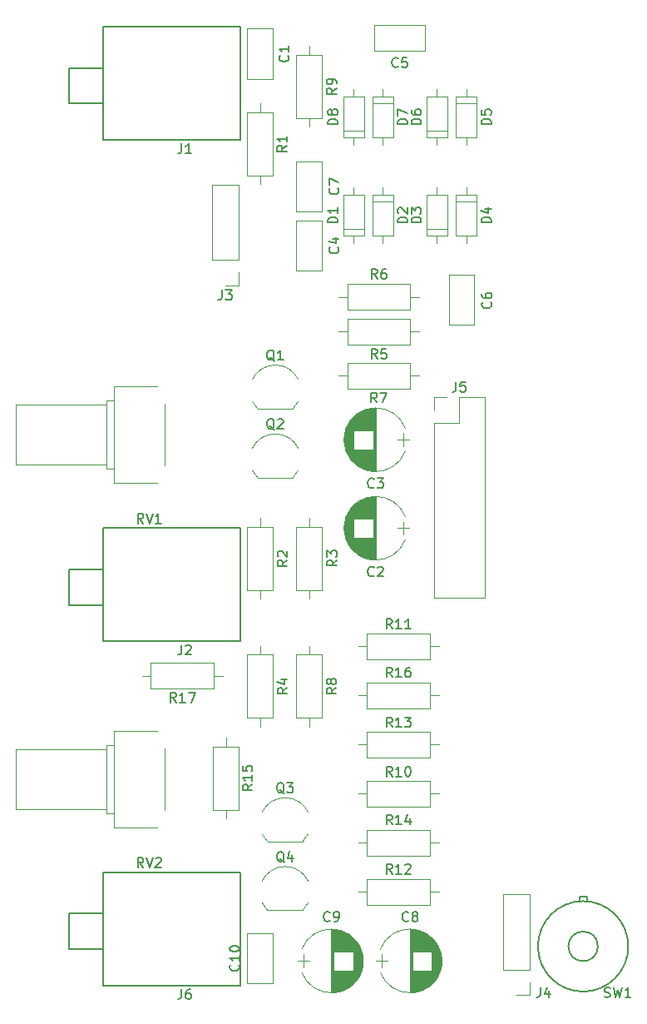
<source format=gbr>
G04 #@! TF.GenerationSoftware,KiCad,Pcbnew,(5.1.5)-3*
G04 #@! TF.CreationDate,2020-07-25T11:56:43-07:00*
G04 #@! TF.ProjectId,VCF_THT,5643465f-5448-4542-9e6b-696361645f70,rev?*
G04 #@! TF.SameCoordinates,Original*
G04 #@! TF.FileFunction,Legend,Top*
G04 #@! TF.FilePolarity,Positive*
%FSLAX46Y46*%
G04 Gerber Fmt 4.6, Leading zero omitted, Abs format (unit mm)*
G04 Created by KiCad (PCBNEW (5.1.5)-3) date 2020-07-25 11:56:43*
%MOMM*%
%LPD*%
G04 APERTURE LIST*
%ADD10C,0.120000*%
%ADD11C,0.150000*%
G04 APERTURE END LIST*
D10*
X-8860000Y-80560000D02*
X-8860000Y-74440000D01*
X340000Y-80560000D02*
X340000Y-74440000D01*
X340000Y-74440000D02*
X-8860000Y-74440000D01*
X340000Y-80560000D02*
X-8860000Y-80560000D01*
X340000Y-80960000D02*
X340000Y-74040000D01*
X1140000Y-80960000D02*
X1140000Y-74040000D01*
X1140000Y-74040000D02*
X340000Y-74040000D01*
X1140000Y-80960000D02*
X340000Y-80960000D01*
X1140000Y-82410000D02*
X1140000Y-72590000D01*
X6260000Y-80625000D02*
X6260000Y-74375000D01*
X5505000Y-72590000D02*
X1140000Y-72590000D01*
X5505000Y-82410000D02*
X1140000Y-82410000D01*
X24440000Y-22250000D02*
X26560000Y-22250000D01*
X26560000Y-22250000D02*
X26560000Y-18130000D01*
X26560000Y-18130000D02*
X24440000Y-18130000D01*
X24440000Y-18130000D02*
X24440000Y-22250000D01*
X25500000Y-23020000D02*
X25500000Y-22250000D01*
X25500000Y-17360000D02*
X25500000Y-18130000D01*
X24440000Y-21590000D02*
X26560000Y-21590000D01*
X23980000Y-32000000D02*
X24870000Y-32000000D01*
X32180000Y-32000000D02*
X31290000Y-32000000D01*
X24870000Y-33310000D02*
X31290000Y-33310000D01*
X24870000Y-30690000D02*
X24870000Y-33310000D01*
X31290000Y-30690000D02*
X24870000Y-30690000D01*
X31290000Y-33310000D02*
X31290000Y-30690000D01*
X13770000Y-17050000D02*
X11110000Y-17050000D01*
X13770000Y-24730000D02*
X13770000Y-17050000D01*
X11110000Y-24730000D02*
X11110000Y-17050000D01*
X13770000Y-24730000D02*
X11110000Y-24730000D01*
X13770000Y-26000000D02*
X13770000Y-27330000D01*
X13770000Y-27330000D02*
X12440000Y-27330000D01*
X14690000Y-6310000D02*
X14690000Y-1190000D01*
X17310000Y-6310000D02*
X17310000Y-1190000D01*
X14690000Y-6310000D02*
X17310000Y-6310000D01*
X14690000Y-1190000D02*
X17310000Y-1190000D01*
D11*
X0Y-1000000D02*
X14000000Y-1000000D01*
X14000000Y-1000000D02*
X14000000Y-12500000D01*
X14000000Y-12500000D02*
X0Y-12500000D01*
X0Y-12500000D02*
X0Y-1000000D01*
X0Y-5200000D02*
X-3500000Y-5200000D01*
X-3500000Y-5200000D02*
X-3500000Y-8800000D01*
X0Y-8800000D02*
X-3500000Y-8800000D01*
X0Y-59800000D02*
X-3500000Y-59800000D01*
X-3500000Y-56200000D02*
X-3500000Y-59800000D01*
X0Y-56200000D02*
X-3500000Y-56200000D01*
X0Y-63500000D02*
X0Y-52000000D01*
X14000000Y-63500000D02*
X0Y-63500000D01*
X14000000Y-52000000D02*
X14000000Y-63500000D01*
X0Y-52000000D02*
X14000000Y-52000000D01*
D10*
X43410180Y-99493380D02*
X42080180Y-99493380D01*
X43410180Y-98163380D02*
X43410180Y-99493380D01*
X43410180Y-96893380D02*
X40750180Y-96893380D01*
X40750180Y-96893380D02*
X40750180Y-89213380D01*
X43410180Y-96893380D02*
X43410180Y-89213380D01*
X43410180Y-89213380D02*
X40750180Y-89213380D01*
X33670000Y-38670000D02*
X35000000Y-38670000D01*
X33670000Y-40000000D02*
X33670000Y-38670000D01*
X36270000Y-38670000D02*
X38870000Y-38670000D01*
X36270000Y-41270000D02*
X36270000Y-38670000D01*
X33670000Y-41270000D02*
X36270000Y-41270000D01*
X38870000Y-38670000D02*
X38870000Y-59110000D01*
X33670000Y-41270000D02*
X33670000Y-59110000D01*
X33670000Y-59110000D02*
X38870000Y-59110000D01*
D11*
X0Y-87000000D02*
X14000000Y-87000000D01*
X14000000Y-87000000D02*
X14000000Y-98500000D01*
X14000000Y-98500000D02*
X0Y-98500000D01*
X0Y-98500000D02*
X0Y-87000000D01*
X0Y-91200000D02*
X-3500000Y-91200000D01*
X-3500000Y-91200000D02*
X-3500000Y-94800000D01*
X0Y-94800000D02*
X-3500000Y-94800000D01*
D10*
X5505000Y-47410000D02*
X1140000Y-47410000D01*
X5505000Y-37590000D02*
X1140000Y-37590000D01*
X6260000Y-45625000D02*
X6260000Y-39375000D01*
X1140000Y-47410000D02*
X1140000Y-37590000D01*
X1140000Y-45960000D02*
X340000Y-45960000D01*
X1140000Y-39040000D02*
X340000Y-39040000D01*
X1140000Y-45960000D02*
X1140000Y-39040000D01*
X340000Y-45960000D02*
X340000Y-39040000D01*
X340000Y-45560000D02*
X-8860000Y-45560000D01*
X340000Y-39440000D02*
X-8860000Y-39440000D01*
X340000Y-45560000D02*
X340000Y-39440000D01*
X-8860000Y-45560000D02*
X-8860000Y-39440000D01*
D11*
X53477220Y-94523560D02*
G75*
G03X53477220Y-94523560I-4600000J0D01*
G01*
X50377220Y-94523560D02*
G75*
G03X50377220Y-94523560I-1500000J0D01*
G01*
X48496220Y-89888060D02*
X48496220Y-89507060D01*
X48496220Y-89507060D02*
X49258220Y-89507060D01*
X49258220Y-89507060D02*
X49258220Y-89888060D01*
D10*
X30600000Y-52650000D02*
X30600000Y-51350000D01*
X31200000Y-52000000D02*
X30000000Y-52000000D01*
X24549000Y-52468000D02*
X24549000Y-51532000D01*
X24589000Y-52676000D02*
X24589000Y-51324000D01*
X24629000Y-52834000D02*
X24629000Y-51166000D01*
X24669000Y-52966000D02*
X24669000Y-51034000D01*
X24709000Y-53081000D02*
X24709000Y-50919000D01*
X24749000Y-53184000D02*
X24749000Y-50816000D01*
X24789000Y-53278000D02*
X24789000Y-50722000D01*
X24829000Y-53364000D02*
X24829000Y-50636000D01*
X24869000Y-53445000D02*
X24869000Y-50555000D01*
X24909000Y-53520000D02*
X24909000Y-50480000D01*
X24949000Y-53591000D02*
X24949000Y-50409000D01*
X24989000Y-53658000D02*
X24989000Y-50342000D01*
X25029000Y-53721000D02*
X25029000Y-50279000D01*
X25069000Y-53781000D02*
X25069000Y-50219000D01*
X25109000Y-53839000D02*
X25109000Y-50161000D01*
X25149000Y-53894000D02*
X25149000Y-50106000D01*
X25189000Y-53946000D02*
X25189000Y-50054000D01*
X25229000Y-53997000D02*
X25229000Y-50003000D01*
X25269000Y-54045000D02*
X25269000Y-49955000D01*
X25309000Y-54092000D02*
X25309000Y-49908000D01*
X25349000Y-54137000D02*
X25349000Y-49863000D01*
X25389000Y-54180000D02*
X25389000Y-49820000D01*
X25429000Y-54222000D02*
X25429000Y-49778000D01*
X25469000Y-54262000D02*
X25469000Y-49738000D01*
X25509000Y-54301000D02*
X25509000Y-49699000D01*
X25549000Y-51020000D02*
X25549000Y-49661000D01*
X25549000Y-54339000D02*
X25549000Y-52980000D01*
X25589000Y-51020000D02*
X25589000Y-49625000D01*
X25589000Y-54375000D02*
X25589000Y-52980000D01*
X25629000Y-51020000D02*
X25629000Y-49589000D01*
X25629000Y-54411000D02*
X25629000Y-52980000D01*
X25669000Y-51020000D02*
X25669000Y-49555000D01*
X25669000Y-54445000D02*
X25669000Y-52980000D01*
X25709000Y-51020000D02*
X25709000Y-49522000D01*
X25709000Y-54478000D02*
X25709000Y-52980000D01*
X25749000Y-51020000D02*
X25749000Y-49490000D01*
X25749000Y-54510000D02*
X25749000Y-52980000D01*
X25789000Y-51020000D02*
X25789000Y-49460000D01*
X25789000Y-54540000D02*
X25789000Y-52980000D01*
X25829000Y-51020000D02*
X25829000Y-49430000D01*
X25829000Y-54570000D02*
X25829000Y-52980000D01*
X25869000Y-51020000D02*
X25869000Y-49401000D01*
X25869000Y-54599000D02*
X25869000Y-52980000D01*
X25909000Y-51020000D02*
X25909000Y-49373000D01*
X25909000Y-54627000D02*
X25909000Y-52980000D01*
X25949000Y-51020000D02*
X25949000Y-49346000D01*
X25949000Y-54654000D02*
X25949000Y-52980000D01*
X25989000Y-51020000D02*
X25989000Y-49319000D01*
X25989000Y-54681000D02*
X25989000Y-52980000D01*
X26029000Y-51020000D02*
X26029000Y-49294000D01*
X26029000Y-54706000D02*
X26029000Y-52980000D01*
X26069000Y-51020000D02*
X26069000Y-49269000D01*
X26069000Y-54731000D02*
X26069000Y-52980000D01*
X26109000Y-51020000D02*
X26109000Y-49245000D01*
X26109000Y-54755000D02*
X26109000Y-52980000D01*
X26149000Y-51020000D02*
X26149000Y-49222000D01*
X26149000Y-54778000D02*
X26149000Y-52980000D01*
X26189000Y-51020000D02*
X26189000Y-49200000D01*
X26189000Y-54800000D02*
X26189000Y-52980000D01*
X26229000Y-51020000D02*
X26229000Y-49178000D01*
X26229000Y-54822000D02*
X26229000Y-52980000D01*
X26269000Y-51020000D02*
X26269000Y-49157000D01*
X26269000Y-54843000D02*
X26269000Y-52980000D01*
X26309000Y-51020000D02*
X26309000Y-49137000D01*
X26309000Y-54863000D02*
X26309000Y-52980000D01*
X26349000Y-51020000D02*
X26349000Y-49118000D01*
X26349000Y-54882000D02*
X26349000Y-52980000D01*
X26389000Y-51020000D02*
X26389000Y-49099000D01*
X26389000Y-54901000D02*
X26389000Y-52980000D01*
X26429000Y-51020000D02*
X26429000Y-49081000D01*
X26429000Y-54919000D02*
X26429000Y-52980000D01*
X26469000Y-51020000D02*
X26469000Y-49063000D01*
X26469000Y-54937000D02*
X26469000Y-52980000D01*
X26509000Y-51020000D02*
X26509000Y-49046000D01*
X26509000Y-54954000D02*
X26509000Y-52980000D01*
X26549000Y-51020000D02*
X26549000Y-49030000D01*
X26549000Y-54970000D02*
X26549000Y-52980000D01*
X26589000Y-51020000D02*
X26589000Y-49014000D01*
X26589000Y-54986000D02*
X26589000Y-52980000D01*
X26629000Y-51020000D02*
X26629000Y-48999000D01*
X26629000Y-55001000D02*
X26629000Y-52980000D01*
X26669000Y-51020000D02*
X26669000Y-48985000D01*
X26669000Y-55015000D02*
X26669000Y-52980000D01*
X26709000Y-51020000D02*
X26709000Y-48971000D01*
X26709000Y-55029000D02*
X26709000Y-52980000D01*
X26749000Y-51020000D02*
X26749000Y-48958000D01*
X26749000Y-55042000D02*
X26749000Y-52980000D01*
X26789000Y-51020000D02*
X26789000Y-48945000D01*
X26789000Y-55055000D02*
X26789000Y-52980000D01*
X26829000Y-51020000D02*
X26829000Y-48933000D01*
X26829000Y-55067000D02*
X26829000Y-52980000D01*
X26869000Y-51020000D02*
X26869000Y-48921000D01*
X26869000Y-55079000D02*
X26869000Y-52980000D01*
X26909000Y-51020000D02*
X26909000Y-48910000D01*
X26909000Y-55090000D02*
X26909000Y-52980000D01*
X26949000Y-51020000D02*
X26949000Y-48900000D01*
X26949000Y-55100000D02*
X26949000Y-52980000D01*
X26989000Y-51020000D02*
X26989000Y-48890000D01*
X26989000Y-55110000D02*
X26989000Y-52980000D01*
X27029000Y-51020000D02*
X27029000Y-48881000D01*
X27029000Y-55119000D02*
X27029000Y-52980000D01*
X27070000Y-51020000D02*
X27070000Y-48872000D01*
X27070000Y-55128000D02*
X27070000Y-52980000D01*
X27110000Y-51020000D02*
X27110000Y-48863000D01*
X27110000Y-55137000D02*
X27110000Y-52980000D01*
X27150000Y-51020000D02*
X27150000Y-48856000D01*
X27150000Y-55144000D02*
X27150000Y-52980000D01*
X27190000Y-51020000D02*
X27190000Y-48848000D01*
X27190000Y-55152000D02*
X27190000Y-52980000D01*
X27230000Y-51020000D02*
X27230000Y-48842000D01*
X27230000Y-55158000D02*
X27230000Y-52980000D01*
X27270000Y-51020000D02*
X27270000Y-48835000D01*
X27270000Y-55165000D02*
X27270000Y-52980000D01*
X27310000Y-51020000D02*
X27310000Y-48830000D01*
X27310000Y-55170000D02*
X27310000Y-52980000D01*
X27350000Y-51020000D02*
X27350000Y-48824000D01*
X27350000Y-55176000D02*
X27350000Y-52980000D01*
X27390000Y-51020000D02*
X27390000Y-48820000D01*
X27390000Y-55180000D02*
X27390000Y-52980000D01*
X27430000Y-51020000D02*
X27430000Y-48815000D01*
X27430000Y-55185000D02*
X27430000Y-52980000D01*
X27470000Y-51020000D02*
X27470000Y-48812000D01*
X27470000Y-55188000D02*
X27470000Y-52980000D01*
X27510000Y-55192000D02*
X27510000Y-48808000D01*
X27550000Y-55194000D02*
X27550000Y-48806000D01*
X27590000Y-55197000D02*
X27590000Y-48803000D01*
X27630000Y-55198000D02*
X27630000Y-48802000D01*
X27670000Y-55200000D02*
X27670000Y-48800000D01*
X27710000Y-55200000D02*
X27710000Y-48800000D01*
X27750000Y-55200000D02*
X27750000Y-48800000D01*
X24732180Y-50820864D02*
G75*
G03X24732518Y-53180000I3017820J-1179136D01*
G01*
X24732180Y-50820864D02*
G75*
G02X30767482Y-50820000I3017820J-1179136D01*
G01*
X24732180Y-53179136D02*
G75*
G03X30767482Y-53180000I3017820J1179136D01*
G01*
X24732180Y-44179136D02*
G75*
G03X30767482Y-44180000I3017820J1179136D01*
G01*
X24732180Y-41820864D02*
G75*
G02X30767482Y-41820000I3017820J-1179136D01*
G01*
X24732180Y-41820864D02*
G75*
G03X24732518Y-44180000I3017820J-1179136D01*
G01*
X27750000Y-46200000D02*
X27750000Y-39800000D01*
X27710000Y-46200000D02*
X27710000Y-39800000D01*
X27670000Y-46200000D02*
X27670000Y-39800000D01*
X27630000Y-46198000D02*
X27630000Y-39802000D01*
X27590000Y-46197000D02*
X27590000Y-39803000D01*
X27550000Y-46194000D02*
X27550000Y-39806000D01*
X27510000Y-46192000D02*
X27510000Y-39808000D01*
X27470000Y-46188000D02*
X27470000Y-43980000D01*
X27470000Y-42020000D02*
X27470000Y-39812000D01*
X27430000Y-46185000D02*
X27430000Y-43980000D01*
X27430000Y-42020000D02*
X27430000Y-39815000D01*
X27390000Y-46180000D02*
X27390000Y-43980000D01*
X27390000Y-42020000D02*
X27390000Y-39820000D01*
X27350000Y-46176000D02*
X27350000Y-43980000D01*
X27350000Y-42020000D02*
X27350000Y-39824000D01*
X27310000Y-46170000D02*
X27310000Y-43980000D01*
X27310000Y-42020000D02*
X27310000Y-39830000D01*
X27270000Y-46165000D02*
X27270000Y-43980000D01*
X27270000Y-42020000D02*
X27270000Y-39835000D01*
X27230000Y-46158000D02*
X27230000Y-43980000D01*
X27230000Y-42020000D02*
X27230000Y-39842000D01*
X27190000Y-46152000D02*
X27190000Y-43980000D01*
X27190000Y-42020000D02*
X27190000Y-39848000D01*
X27150000Y-46144000D02*
X27150000Y-43980000D01*
X27150000Y-42020000D02*
X27150000Y-39856000D01*
X27110000Y-46137000D02*
X27110000Y-43980000D01*
X27110000Y-42020000D02*
X27110000Y-39863000D01*
X27070000Y-46128000D02*
X27070000Y-43980000D01*
X27070000Y-42020000D02*
X27070000Y-39872000D01*
X27029000Y-46119000D02*
X27029000Y-43980000D01*
X27029000Y-42020000D02*
X27029000Y-39881000D01*
X26989000Y-46110000D02*
X26989000Y-43980000D01*
X26989000Y-42020000D02*
X26989000Y-39890000D01*
X26949000Y-46100000D02*
X26949000Y-43980000D01*
X26949000Y-42020000D02*
X26949000Y-39900000D01*
X26909000Y-46090000D02*
X26909000Y-43980000D01*
X26909000Y-42020000D02*
X26909000Y-39910000D01*
X26869000Y-46079000D02*
X26869000Y-43980000D01*
X26869000Y-42020000D02*
X26869000Y-39921000D01*
X26829000Y-46067000D02*
X26829000Y-43980000D01*
X26829000Y-42020000D02*
X26829000Y-39933000D01*
X26789000Y-46055000D02*
X26789000Y-43980000D01*
X26789000Y-42020000D02*
X26789000Y-39945000D01*
X26749000Y-46042000D02*
X26749000Y-43980000D01*
X26749000Y-42020000D02*
X26749000Y-39958000D01*
X26709000Y-46029000D02*
X26709000Y-43980000D01*
X26709000Y-42020000D02*
X26709000Y-39971000D01*
X26669000Y-46015000D02*
X26669000Y-43980000D01*
X26669000Y-42020000D02*
X26669000Y-39985000D01*
X26629000Y-46001000D02*
X26629000Y-43980000D01*
X26629000Y-42020000D02*
X26629000Y-39999000D01*
X26589000Y-45986000D02*
X26589000Y-43980000D01*
X26589000Y-42020000D02*
X26589000Y-40014000D01*
X26549000Y-45970000D02*
X26549000Y-43980000D01*
X26549000Y-42020000D02*
X26549000Y-40030000D01*
X26509000Y-45954000D02*
X26509000Y-43980000D01*
X26509000Y-42020000D02*
X26509000Y-40046000D01*
X26469000Y-45937000D02*
X26469000Y-43980000D01*
X26469000Y-42020000D02*
X26469000Y-40063000D01*
X26429000Y-45919000D02*
X26429000Y-43980000D01*
X26429000Y-42020000D02*
X26429000Y-40081000D01*
X26389000Y-45901000D02*
X26389000Y-43980000D01*
X26389000Y-42020000D02*
X26389000Y-40099000D01*
X26349000Y-45882000D02*
X26349000Y-43980000D01*
X26349000Y-42020000D02*
X26349000Y-40118000D01*
X26309000Y-45863000D02*
X26309000Y-43980000D01*
X26309000Y-42020000D02*
X26309000Y-40137000D01*
X26269000Y-45843000D02*
X26269000Y-43980000D01*
X26269000Y-42020000D02*
X26269000Y-40157000D01*
X26229000Y-45822000D02*
X26229000Y-43980000D01*
X26229000Y-42020000D02*
X26229000Y-40178000D01*
X26189000Y-45800000D02*
X26189000Y-43980000D01*
X26189000Y-42020000D02*
X26189000Y-40200000D01*
X26149000Y-45778000D02*
X26149000Y-43980000D01*
X26149000Y-42020000D02*
X26149000Y-40222000D01*
X26109000Y-45755000D02*
X26109000Y-43980000D01*
X26109000Y-42020000D02*
X26109000Y-40245000D01*
X26069000Y-45731000D02*
X26069000Y-43980000D01*
X26069000Y-42020000D02*
X26069000Y-40269000D01*
X26029000Y-45706000D02*
X26029000Y-43980000D01*
X26029000Y-42020000D02*
X26029000Y-40294000D01*
X25989000Y-45681000D02*
X25989000Y-43980000D01*
X25989000Y-42020000D02*
X25989000Y-40319000D01*
X25949000Y-45654000D02*
X25949000Y-43980000D01*
X25949000Y-42020000D02*
X25949000Y-40346000D01*
X25909000Y-45627000D02*
X25909000Y-43980000D01*
X25909000Y-42020000D02*
X25909000Y-40373000D01*
X25869000Y-45599000D02*
X25869000Y-43980000D01*
X25869000Y-42020000D02*
X25869000Y-40401000D01*
X25829000Y-45570000D02*
X25829000Y-43980000D01*
X25829000Y-42020000D02*
X25829000Y-40430000D01*
X25789000Y-45540000D02*
X25789000Y-43980000D01*
X25789000Y-42020000D02*
X25789000Y-40460000D01*
X25749000Y-45510000D02*
X25749000Y-43980000D01*
X25749000Y-42020000D02*
X25749000Y-40490000D01*
X25709000Y-45478000D02*
X25709000Y-43980000D01*
X25709000Y-42020000D02*
X25709000Y-40522000D01*
X25669000Y-45445000D02*
X25669000Y-43980000D01*
X25669000Y-42020000D02*
X25669000Y-40555000D01*
X25629000Y-45411000D02*
X25629000Y-43980000D01*
X25629000Y-42020000D02*
X25629000Y-40589000D01*
X25589000Y-45375000D02*
X25589000Y-43980000D01*
X25589000Y-42020000D02*
X25589000Y-40625000D01*
X25549000Y-45339000D02*
X25549000Y-43980000D01*
X25549000Y-42020000D02*
X25549000Y-40661000D01*
X25509000Y-45301000D02*
X25509000Y-40699000D01*
X25469000Y-45262000D02*
X25469000Y-40738000D01*
X25429000Y-45222000D02*
X25429000Y-40778000D01*
X25389000Y-45180000D02*
X25389000Y-40820000D01*
X25349000Y-45137000D02*
X25349000Y-40863000D01*
X25309000Y-45092000D02*
X25309000Y-40908000D01*
X25269000Y-45045000D02*
X25269000Y-40955000D01*
X25229000Y-44997000D02*
X25229000Y-41003000D01*
X25189000Y-44946000D02*
X25189000Y-41054000D01*
X25149000Y-44894000D02*
X25149000Y-41106000D01*
X25109000Y-44839000D02*
X25109000Y-41161000D01*
X25069000Y-44781000D02*
X25069000Y-41219000D01*
X25029000Y-44721000D02*
X25029000Y-41279000D01*
X24989000Y-44658000D02*
X24989000Y-41342000D01*
X24949000Y-44591000D02*
X24949000Y-41409000D01*
X24909000Y-44520000D02*
X24909000Y-41480000D01*
X24869000Y-44445000D02*
X24869000Y-41555000D01*
X24829000Y-44364000D02*
X24829000Y-41636000D01*
X24789000Y-44278000D02*
X24789000Y-41722000D01*
X24749000Y-44184000D02*
X24749000Y-41816000D01*
X24709000Y-44081000D02*
X24709000Y-41919000D01*
X24669000Y-43966000D02*
X24669000Y-42034000D01*
X24629000Y-43834000D02*
X24629000Y-42166000D01*
X24589000Y-43676000D02*
X24589000Y-42324000D01*
X24549000Y-43468000D02*
X24549000Y-42532000D01*
X31200000Y-43000000D02*
X30000000Y-43000000D01*
X30600000Y-43650000D02*
X30600000Y-42350000D01*
X22310000Y-25810000D02*
X19690000Y-25810000D01*
X22310000Y-20690000D02*
X19690000Y-20690000D01*
X19690000Y-20690000D02*
X19690000Y-25810000D01*
X22310000Y-20690000D02*
X22310000Y-25810000D01*
X32762820Y-3425820D02*
X27642820Y-3425820D01*
X32762820Y-805820D02*
X27642820Y-805820D01*
X32762820Y-3425820D02*
X32762820Y-805820D01*
X27642820Y-3425820D02*
X27642820Y-805820D01*
X35190000Y-26190000D02*
X37810000Y-26190000D01*
X35190000Y-31310000D02*
X37810000Y-31310000D01*
X37810000Y-31310000D02*
X37810000Y-26190000D01*
X35190000Y-31310000D02*
X35190000Y-26190000D01*
X22310000Y-14690000D02*
X22310000Y-19810000D01*
X19690000Y-14690000D02*
X19690000Y-19810000D01*
X22310000Y-14690000D02*
X19690000Y-14690000D01*
X22310000Y-19810000D02*
X19690000Y-19810000D01*
X28400000Y-95350000D02*
X28400000Y-96650000D01*
X27800000Y-96000000D02*
X29000000Y-96000000D01*
X34451000Y-95532000D02*
X34451000Y-96468000D01*
X34411000Y-95324000D02*
X34411000Y-96676000D01*
X34371000Y-95166000D02*
X34371000Y-96834000D01*
X34331000Y-95034000D02*
X34331000Y-96966000D01*
X34291000Y-94919000D02*
X34291000Y-97081000D01*
X34251000Y-94816000D02*
X34251000Y-97184000D01*
X34211000Y-94722000D02*
X34211000Y-97278000D01*
X34171000Y-94636000D02*
X34171000Y-97364000D01*
X34131000Y-94555000D02*
X34131000Y-97445000D01*
X34091000Y-94480000D02*
X34091000Y-97520000D01*
X34051000Y-94409000D02*
X34051000Y-97591000D01*
X34011000Y-94342000D02*
X34011000Y-97658000D01*
X33971000Y-94279000D02*
X33971000Y-97721000D01*
X33931000Y-94219000D02*
X33931000Y-97781000D01*
X33891000Y-94161000D02*
X33891000Y-97839000D01*
X33851000Y-94106000D02*
X33851000Y-97894000D01*
X33811000Y-94054000D02*
X33811000Y-97946000D01*
X33771000Y-94003000D02*
X33771000Y-97997000D01*
X33731000Y-93955000D02*
X33731000Y-98045000D01*
X33691000Y-93908000D02*
X33691000Y-98092000D01*
X33651000Y-93863000D02*
X33651000Y-98137000D01*
X33611000Y-93820000D02*
X33611000Y-98180000D01*
X33571000Y-93778000D02*
X33571000Y-98222000D01*
X33531000Y-93738000D02*
X33531000Y-98262000D01*
X33491000Y-93699000D02*
X33491000Y-98301000D01*
X33451000Y-96980000D02*
X33451000Y-98339000D01*
X33451000Y-93661000D02*
X33451000Y-95020000D01*
X33411000Y-96980000D02*
X33411000Y-98375000D01*
X33411000Y-93625000D02*
X33411000Y-95020000D01*
X33371000Y-96980000D02*
X33371000Y-98411000D01*
X33371000Y-93589000D02*
X33371000Y-95020000D01*
X33331000Y-96980000D02*
X33331000Y-98445000D01*
X33331000Y-93555000D02*
X33331000Y-95020000D01*
X33291000Y-96980000D02*
X33291000Y-98478000D01*
X33291000Y-93522000D02*
X33291000Y-95020000D01*
X33251000Y-96980000D02*
X33251000Y-98510000D01*
X33251000Y-93490000D02*
X33251000Y-95020000D01*
X33211000Y-96980000D02*
X33211000Y-98540000D01*
X33211000Y-93460000D02*
X33211000Y-95020000D01*
X33171000Y-96980000D02*
X33171000Y-98570000D01*
X33171000Y-93430000D02*
X33171000Y-95020000D01*
X33131000Y-96980000D02*
X33131000Y-98599000D01*
X33131000Y-93401000D02*
X33131000Y-95020000D01*
X33091000Y-96980000D02*
X33091000Y-98627000D01*
X33091000Y-93373000D02*
X33091000Y-95020000D01*
X33051000Y-96980000D02*
X33051000Y-98654000D01*
X33051000Y-93346000D02*
X33051000Y-95020000D01*
X33011000Y-96980000D02*
X33011000Y-98681000D01*
X33011000Y-93319000D02*
X33011000Y-95020000D01*
X32971000Y-96980000D02*
X32971000Y-98706000D01*
X32971000Y-93294000D02*
X32971000Y-95020000D01*
X32931000Y-96980000D02*
X32931000Y-98731000D01*
X32931000Y-93269000D02*
X32931000Y-95020000D01*
X32891000Y-96980000D02*
X32891000Y-98755000D01*
X32891000Y-93245000D02*
X32891000Y-95020000D01*
X32851000Y-96980000D02*
X32851000Y-98778000D01*
X32851000Y-93222000D02*
X32851000Y-95020000D01*
X32811000Y-96980000D02*
X32811000Y-98800000D01*
X32811000Y-93200000D02*
X32811000Y-95020000D01*
X32771000Y-96980000D02*
X32771000Y-98822000D01*
X32771000Y-93178000D02*
X32771000Y-95020000D01*
X32731000Y-96980000D02*
X32731000Y-98843000D01*
X32731000Y-93157000D02*
X32731000Y-95020000D01*
X32691000Y-96980000D02*
X32691000Y-98863000D01*
X32691000Y-93137000D02*
X32691000Y-95020000D01*
X32651000Y-96980000D02*
X32651000Y-98882000D01*
X32651000Y-93118000D02*
X32651000Y-95020000D01*
X32611000Y-96980000D02*
X32611000Y-98901000D01*
X32611000Y-93099000D02*
X32611000Y-95020000D01*
X32571000Y-96980000D02*
X32571000Y-98919000D01*
X32571000Y-93081000D02*
X32571000Y-95020000D01*
X32531000Y-96980000D02*
X32531000Y-98937000D01*
X32531000Y-93063000D02*
X32531000Y-95020000D01*
X32491000Y-96980000D02*
X32491000Y-98954000D01*
X32491000Y-93046000D02*
X32491000Y-95020000D01*
X32451000Y-96980000D02*
X32451000Y-98970000D01*
X32451000Y-93030000D02*
X32451000Y-95020000D01*
X32411000Y-96980000D02*
X32411000Y-98986000D01*
X32411000Y-93014000D02*
X32411000Y-95020000D01*
X32371000Y-96980000D02*
X32371000Y-99001000D01*
X32371000Y-92999000D02*
X32371000Y-95020000D01*
X32331000Y-96980000D02*
X32331000Y-99015000D01*
X32331000Y-92985000D02*
X32331000Y-95020000D01*
X32291000Y-96980000D02*
X32291000Y-99029000D01*
X32291000Y-92971000D02*
X32291000Y-95020000D01*
X32251000Y-96980000D02*
X32251000Y-99042000D01*
X32251000Y-92958000D02*
X32251000Y-95020000D01*
X32211000Y-96980000D02*
X32211000Y-99055000D01*
X32211000Y-92945000D02*
X32211000Y-95020000D01*
X32171000Y-96980000D02*
X32171000Y-99067000D01*
X32171000Y-92933000D02*
X32171000Y-95020000D01*
X32131000Y-96980000D02*
X32131000Y-99079000D01*
X32131000Y-92921000D02*
X32131000Y-95020000D01*
X32091000Y-96980000D02*
X32091000Y-99090000D01*
X32091000Y-92910000D02*
X32091000Y-95020000D01*
X32051000Y-96980000D02*
X32051000Y-99100000D01*
X32051000Y-92900000D02*
X32051000Y-95020000D01*
X32011000Y-96980000D02*
X32011000Y-99110000D01*
X32011000Y-92890000D02*
X32011000Y-95020000D01*
X31971000Y-96980000D02*
X31971000Y-99119000D01*
X31971000Y-92881000D02*
X31971000Y-95020000D01*
X31930000Y-96980000D02*
X31930000Y-99128000D01*
X31930000Y-92872000D02*
X31930000Y-95020000D01*
X31890000Y-96980000D02*
X31890000Y-99137000D01*
X31890000Y-92863000D02*
X31890000Y-95020000D01*
X31850000Y-96980000D02*
X31850000Y-99144000D01*
X31850000Y-92856000D02*
X31850000Y-95020000D01*
X31810000Y-96980000D02*
X31810000Y-99152000D01*
X31810000Y-92848000D02*
X31810000Y-95020000D01*
X31770000Y-96980000D02*
X31770000Y-99158000D01*
X31770000Y-92842000D02*
X31770000Y-95020000D01*
X31730000Y-96980000D02*
X31730000Y-99165000D01*
X31730000Y-92835000D02*
X31730000Y-95020000D01*
X31690000Y-96980000D02*
X31690000Y-99170000D01*
X31690000Y-92830000D02*
X31690000Y-95020000D01*
X31650000Y-96980000D02*
X31650000Y-99176000D01*
X31650000Y-92824000D02*
X31650000Y-95020000D01*
X31610000Y-96980000D02*
X31610000Y-99180000D01*
X31610000Y-92820000D02*
X31610000Y-95020000D01*
X31570000Y-96980000D02*
X31570000Y-99185000D01*
X31570000Y-92815000D02*
X31570000Y-95020000D01*
X31530000Y-96980000D02*
X31530000Y-99188000D01*
X31530000Y-92812000D02*
X31530000Y-95020000D01*
X31490000Y-92808000D02*
X31490000Y-99192000D01*
X31450000Y-92806000D02*
X31450000Y-99194000D01*
X31410000Y-92803000D02*
X31410000Y-99197000D01*
X31370000Y-92802000D02*
X31370000Y-99198000D01*
X31330000Y-92800000D02*
X31330000Y-99200000D01*
X31290000Y-92800000D02*
X31290000Y-99200000D01*
X31250000Y-92800000D02*
X31250000Y-99200000D01*
X34267820Y-97179136D02*
G75*
G03X34267482Y-94820000I-3017820J1179136D01*
G01*
X34267820Y-97179136D02*
G75*
G02X28232518Y-97180000I-3017820J1179136D01*
G01*
X34267820Y-94820864D02*
G75*
G03X28232518Y-94820000I-3017820J-1179136D01*
G01*
X26267820Y-94820864D02*
G75*
G03X20232518Y-94820000I-3017820J-1179136D01*
G01*
X26267820Y-97179136D02*
G75*
G02X20232518Y-97180000I-3017820J1179136D01*
G01*
X26267820Y-97179136D02*
G75*
G03X26267482Y-94820000I-3017820J1179136D01*
G01*
X23250000Y-92800000D02*
X23250000Y-99200000D01*
X23290000Y-92800000D02*
X23290000Y-99200000D01*
X23330000Y-92800000D02*
X23330000Y-99200000D01*
X23370000Y-92802000D02*
X23370000Y-99198000D01*
X23410000Y-92803000D02*
X23410000Y-99197000D01*
X23450000Y-92806000D02*
X23450000Y-99194000D01*
X23490000Y-92808000D02*
X23490000Y-99192000D01*
X23530000Y-92812000D02*
X23530000Y-95020000D01*
X23530000Y-96980000D02*
X23530000Y-99188000D01*
X23570000Y-92815000D02*
X23570000Y-95020000D01*
X23570000Y-96980000D02*
X23570000Y-99185000D01*
X23610000Y-92820000D02*
X23610000Y-95020000D01*
X23610000Y-96980000D02*
X23610000Y-99180000D01*
X23650000Y-92824000D02*
X23650000Y-95020000D01*
X23650000Y-96980000D02*
X23650000Y-99176000D01*
X23690000Y-92830000D02*
X23690000Y-95020000D01*
X23690000Y-96980000D02*
X23690000Y-99170000D01*
X23730000Y-92835000D02*
X23730000Y-95020000D01*
X23730000Y-96980000D02*
X23730000Y-99165000D01*
X23770000Y-92842000D02*
X23770000Y-95020000D01*
X23770000Y-96980000D02*
X23770000Y-99158000D01*
X23810000Y-92848000D02*
X23810000Y-95020000D01*
X23810000Y-96980000D02*
X23810000Y-99152000D01*
X23850000Y-92856000D02*
X23850000Y-95020000D01*
X23850000Y-96980000D02*
X23850000Y-99144000D01*
X23890000Y-92863000D02*
X23890000Y-95020000D01*
X23890000Y-96980000D02*
X23890000Y-99137000D01*
X23930000Y-92872000D02*
X23930000Y-95020000D01*
X23930000Y-96980000D02*
X23930000Y-99128000D01*
X23971000Y-92881000D02*
X23971000Y-95020000D01*
X23971000Y-96980000D02*
X23971000Y-99119000D01*
X24011000Y-92890000D02*
X24011000Y-95020000D01*
X24011000Y-96980000D02*
X24011000Y-99110000D01*
X24051000Y-92900000D02*
X24051000Y-95020000D01*
X24051000Y-96980000D02*
X24051000Y-99100000D01*
X24091000Y-92910000D02*
X24091000Y-95020000D01*
X24091000Y-96980000D02*
X24091000Y-99090000D01*
X24131000Y-92921000D02*
X24131000Y-95020000D01*
X24131000Y-96980000D02*
X24131000Y-99079000D01*
X24171000Y-92933000D02*
X24171000Y-95020000D01*
X24171000Y-96980000D02*
X24171000Y-99067000D01*
X24211000Y-92945000D02*
X24211000Y-95020000D01*
X24211000Y-96980000D02*
X24211000Y-99055000D01*
X24251000Y-92958000D02*
X24251000Y-95020000D01*
X24251000Y-96980000D02*
X24251000Y-99042000D01*
X24291000Y-92971000D02*
X24291000Y-95020000D01*
X24291000Y-96980000D02*
X24291000Y-99029000D01*
X24331000Y-92985000D02*
X24331000Y-95020000D01*
X24331000Y-96980000D02*
X24331000Y-99015000D01*
X24371000Y-92999000D02*
X24371000Y-95020000D01*
X24371000Y-96980000D02*
X24371000Y-99001000D01*
X24411000Y-93014000D02*
X24411000Y-95020000D01*
X24411000Y-96980000D02*
X24411000Y-98986000D01*
X24451000Y-93030000D02*
X24451000Y-95020000D01*
X24451000Y-96980000D02*
X24451000Y-98970000D01*
X24491000Y-93046000D02*
X24491000Y-95020000D01*
X24491000Y-96980000D02*
X24491000Y-98954000D01*
X24531000Y-93063000D02*
X24531000Y-95020000D01*
X24531000Y-96980000D02*
X24531000Y-98937000D01*
X24571000Y-93081000D02*
X24571000Y-95020000D01*
X24571000Y-96980000D02*
X24571000Y-98919000D01*
X24611000Y-93099000D02*
X24611000Y-95020000D01*
X24611000Y-96980000D02*
X24611000Y-98901000D01*
X24651000Y-93118000D02*
X24651000Y-95020000D01*
X24651000Y-96980000D02*
X24651000Y-98882000D01*
X24691000Y-93137000D02*
X24691000Y-95020000D01*
X24691000Y-96980000D02*
X24691000Y-98863000D01*
X24731000Y-93157000D02*
X24731000Y-95020000D01*
X24731000Y-96980000D02*
X24731000Y-98843000D01*
X24771000Y-93178000D02*
X24771000Y-95020000D01*
X24771000Y-96980000D02*
X24771000Y-98822000D01*
X24811000Y-93200000D02*
X24811000Y-95020000D01*
X24811000Y-96980000D02*
X24811000Y-98800000D01*
X24851000Y-93222000D02*
X24851000Y-95020000D01*
X24851000Y-96980000D02*
X24851000Y-98778000D01*
X24891000Y-93245000D02*
X24891000Y-95020000D01*
X24891000Y-96980000D02*
X24891000Y-98755000D01*
X24931000Y-93269000D02*
X24931000Y-95020000D01*
X24931000Y-96980000D02*
X24931000Y-98731000D01*
X24971000Y-93294000D02*
X24971000Y-95020000D01*
X24971000Y-96980000D02*
X24971000Y-98706000D01*
X25011000Y-93319000D02*
X25011000Y-95020000D01*
X25011000Y-96980000D02*
X25011000Y-98681000D01*
X25051000Y-93346000D02*
X25051000Y-95020000D01*
X25051000Y-96980000D02*
X25051000Y-98654000D01*
X25091000Y-93373000D02*
X25091000Y-95020000D01*
X25091000Y-96980000D02*
X25091000Y-98627000D01*
X25131000Y-93401000D02*
X25131000Y-95020000D01*
X25131000Y-96980000D02*
X25131000Y-98599000D01*
X25171000Y-93430000D02*
X25171000Y-95020000D01*
X25171000Y-96980000D02*
X25171000Y-98570000D01*
X25211000Y-93460000D02*
X25211000Y-95020000D01*
X25211000Y-96980000D02*
X25211000Y-98540000D01*
X25251000Y-93490000D02*
X25251000Y-95020000D01*
X25251000Y-96980000D02*
X25251000Y-98510000D01*
X25291000Y-93522000D02*
X25291000Y-95020000D01*
X25291000Y-96980000D02*
X25291000Y-98478000D01*
X25331000Y-93555000D02*
X25331000Y-95020000D01*
X25331000Y-96980000D02*
X25331000Y-98445000D01*
X25371000Y-93589000D02*
X25371000Y-95020000D01*
X25371000Y-96980000D02*
X25371000Y-98411000D01*
X25411000Y-93625000D02*
X25411000Y-95020000D01*
X25411000Y-96980000D02*
X25411000Y-98375000D01*
X25451000Y-93661000D02*
X25451000Y-95020000D01*
X25451000Y-96980000D02*
X25451000Y-98339000D01*
X25491000Y-93699000D02*
X25491000Y-98301000D01*
X25531000Y-93738000D02*
X25531000Y-98262000D01*
X25571000Y-93778000D02*
X25571000Y-98222000D01*
X25611000Y-93820000D02*
X25611000Y-98180000D01*
X25651000Y-93863000D02*
X25651000Y-98137000D01*
X25691000Y-93908000D02*
X25691000Y-98092000D01*
X25731000Y-93955000D02*
X25731000Y-98045000D01*
X25771000Y-94003000D02*
X25771000Y-97997000D01*
X25811000Y-94054000D02*
X25811000Y-97946000D01*
X25851000Y-94106000D02*
X25851000Y-97894000D01*
X25891000Y-94161000D02*
X25891000Y-97839000D01*
X25931000Y-94219000D02*
X25931000Y-97781000D01*
X25971000Y-94279000D02*
X25971000Y-97721000D01*
X26011000Y-94342000D02*
X26011000Y-97658000D01*
X26051000Y-94409000D02*
X26051000Y-97591000D01*
X26091000Y-94480000D02*
X26091000Y-97520000D01*
X26131000Y-94555000D02*
X26131000Y-97445000D01*
X26171000Y-94636000D02*
X26171000Y-97364000D01*
X26211000Y-94722000D02*
X26211000Y-97278000D01*
X26251000Y-94816000D02*
X26251000Y-97184000D01*
X26291000Y-94919000D02*
X26291000Y-97081000D01*
X26331000Y-95034000D02*
X26331000Y-96966000D01*
X26371000Y-95166000D02*
X26371000Y-96834000D01*
X26411000Y-95324000D02*
X26411000Y-96676000D01*
X26451000Y-95532000D02*
X26451000Y-96468000D01*
X19800000Y-96000000D02*
X21000000Y-96000000D01*
X20400000Y-95350000D02*
X20400000Y-96650000D01*
X14690000Y-93190000D02*
X17310000Y-93190000D01*
X14690000Y-98310000D02*
X17310000Y-98310000D01*
X17310000Y-98310000D02*
X17310000Y-93190000D01*
X14690000Y-98310000D02*
X14690000Y-93190000D01*
X29560000Y-18790000D02*
X27440000Y-18790000D01*
X28500000Y-23020000D02*
X28500000Y-22250000D01*
X28500000Y-17360000D02*
X28500000Y-18130000D01*
X29560000Y-22250000D02*
X29560000Y-18130000D01*
X27440000Y-22250000D02*
X29560000Y-22250000D01*
X27440000Y-18130000D02*
X27440000Y-22250000D01*
X29560000Y-18130000D02*
X27440000Y-18130000D01*
X32940000Y-21590000D02*
X35060000Y-21590000D01*
X34000000Y-17360000D02*
X34000000Y-18130000D01*
X34000000Y-23020000D02*
X34000000Y-22250000D01*
X32940000Y-18130000D02*
X32940000Y-22250000D01*
X35060000Y-18130000D02*
X32940000Y-18130000D01*
X35060000Y-22250000D02*
X35060000Y-18130000D01*
X32940000Y-22250000D02*
X35060000Y-22250000D01*
X38060000Y-18790000D02*
X35940000Y-18790000D01*
X37000000Y-23020000D02*
X37000000Y-22250000D01*
X37000000Y-17360000D02*
X37000000Y-18130000D01*
X38060000Y-22250000D02*
X38060000Y-18130000D01*
X35940000Y-22250000D02*
X38060000Y-22250000D01*
X35940000Y-18130000D02*
X35940000Y-22250000D01*
X38060000Y-18130000D02*
X35940000Y-18130000D01*
X38060000Y-8130000D02*
X35940000Y-8130000D01*
X35940000Y-8130000D02*
X35940000Y-12250000D01*
X35940000Y-12250000D02*
X38060000Y-12250000D01*
X38060000Y-12250000D02*
X38060000Y-8130000D01*
X37000000Y-7360000D02*
X37000000Y-8130000D01*
X37000000Y-13020000D02*
X37000000Y-12250000D01*
X38060000Y-8790000D02*
X35940000Y-8790000D01*
X32940000Y-12250000D02*
X35060000Y-12250000D01*
X35060000Y-12250000D02*
X35060000Y-8130000D01*
X35060000Y-8130000D02*
X32940000Y-8130000D01*
X32940000Y-8130000D02*
X32940000Y-12250000D01*
X34000000Y-13020000D02*
X34000000Y-12250000D01*
X34000000Y-7360000D02*
X34000000Y-8130000D01*
X32940000Y-11590000D02*
X35060000Y-11590000D01*
X29560000Y-8130000D02*
X27440000Y-8130000D01*
X27440000Y-8130000D02*
X27440000Y-12250000D01*
X27440000Y-12250000D02*
X29560000Y-12250000D01*
X29560000Y-12250000D02*
X29560000Y-8130000D01*
X28500000Y-7360000D02*
X28500000Y-8130000D01*
X28500000Y-13020000D02*
X28500000Y-12250000D01*
X29560000Y-8790000D02*
X27440000Y-8790000D01*
X24440000Y-11590000D02*
X26560000Y-11590000D01*
X25500000Y-7360000D02*
X25500000Y-8130000D01*
X25500000Y-13020000D02*
X25500000Y-12250000D01*
X24440000Y-8130000D02*
X24440000Y-12250000D01*
X26560000Y-8130000D02*
X24440000Y-8130000D01*
X26560000Y-12250000D02*
X26560000Y-8130000D01*
X24440000Y-12250000D02*
X26560000Y-12250000D01*
X15740000Y-39850000D02*
X19340000Y-39850000D01*
X15215816Y-39122795D02*
G75*
G03X15740000Y-39850000I2324184J1122795D01*
G01*
X15183600Y-36901193D02*
G75*
G02X17540000Y-35400000I2356400J-1098807D01*
G01*
X19896400Y-36901193D02*
G75*
G03X17540000Y-35400000I-2356400J-1098807D01*
G01*
X19864184Y-39122795D02*
G75*
G02X19340000Y-39850000I-2324184J1122795D01*
G01*
X19864184Y-46122795D02*
G75*
G02X19340000Y-46850000I-2324184J1122795D01*
G01*
X19896400Y-43901193D02*
G75*
G03X17540000Y-42400000I-2356400J-1098807D01*
G01*
X15183600Y-43901193D02*
G75*
G02X17540000Y-42400000I2356400J-1098807D01*
G01*
X15215816Y-46122795D02*
G75*
G03X15740000Y-46850000I2324184J1122795D01*
G01*
X15740000Y-46850000D02*
X19340000Y-46850000D01*
X20864184Y-83122795D02*
G75*
G02X20340000Y-83850000I-2324184J1122795D01*
G01*
X20896400Y-80901193D02*
G75*
G03X18540000Y-79400000I-2356400J-1098807D01*
G01*
X16183600Y-80901193D02*
G75*
G02X18540000Y-79400000I2356400J-1098807D01*
G01*
X16215816Y-83122795D02*
G75*
G03X16740000Y-83850000I2324184J1122795D01*
G01*
X16740000Y-83850000D02*
X20340000Y-83850000D01*
X16740000Y-90850000D02*
X20340000Y-90850000D01*
X16215816Y-90122795D02*
G75*
G03X16740000Y-90850000I2324184J1122795D01*
G01*
X16183600Y-87901193D02*
G75*
G02X18540000Y-86400000I2356400J-1098807D01*
G01*
X20896400Y-87901193D02*
G75*
G03X18540000Y-86400000I-2356400J-1098807D01*
G01*
X20864184Y-90122795D02*
G75*
G02X20340000Y-90850000I-2324184J1122795D01*
G01*
X14690000Y-16130000D02*
X17310000Y-16130000D01*
X17310000Y-16130000D02*
X17310000Y-9710000D01*
X17310000Y-9710000D02*
X14690000Y-9710000D01*
X14690000Y-9710000D02*
X14690000Y-16130000D01*
X16000000Y-17020000D02*
X16000000Y-16130000D01*
X16000000Y-8820000D02*
X16000000Y-9710000D01*
X16000000Y-59180000D02*
X16000000Y-58290000D01*
X16000000Y-50980000D02*
X16000000Y-51870000D01*
X17310000Y-58290000D02*
X17310000Y-51870000D01*
X14690000Y-58290000D02*
X17310000Y-58290000D01*
X14690000Y-51870000D02*
X14690000Y-58290000D01*
X17310000Y-51870000D02*
X14690000Y-51870000D01*
X21000000Y-50980000D02*
X21000000Y-51870000D01*
X21000000Y-59180000D02*
X21000000Y-58290000D01*
X19690000Y-51870000D02*
X19690000Y-58290000D01*
X22310000Y-51870000D02*
X19690000Y-51870000D01*
X22310000Y-58290000D02*
X22310000Y-51870000D01*
X19690000Y-58290000D02*
X22310000Y-58290000D01*
X17310000Y-64870000D02*
X14690000Y-64870000D01*
X14690000Y-64870000D02*
X14690000Y-71290000D01*
X14690000Y-71290000D02*
X17310000Y-71290000D01*
X17310000Y-71290000D02*
X17310000Y-64870000D01*
X16000000Y-63980000D02*
X16000000Y-64870000D01*
X16000000Y-72180000D02*
X16000000Y-71290000D01*
X24870000Y-27190000D02*
X24870000Y-29810000D01*
X24870000Y-29810000D02*
X31290000Y-29810000D01*
X31290000Y-29810000D02*
X31290000Y-27190000D01*
X31290000Y-27190000D02*
X24870000Y-27190000D01*
X23980000Y-28500000D02*
X24870000Y-28500000D01*
X32180000Y-28500000D02*
X31290000Y-28500000D01*
X32180000Y-36500000D02*
X31290000Y-36500000D01*
X23980000Y-36500000D02*
X24870000Y-36500000D01*
X31290000Y-35190000D02*
X24870000Y-35190000D01*
X31290000Y-37810000D02*
X31290000Y-35190000D01*
X24870000Y-37810000D02*
X31290000Y-37810000D01*
X24870000Y-35190000D02*
X24870000Y-37810000D01*
X19690000Y-71290000D02*
X22310000Y-71290000D01*
X22310000Y-71290000D02*
X22310000Y-64870000D01*
X22310000Y-64870000D02*
X19690000Y-64870000D01*
X19690000Y-64870000D02*
X19690000Y-71290000D01*
X21000000Y-72180000D02*
X21000000Y-71290000D01*
X21000000Y-63980000D02*
X21000000Y-64870000D01*
X21000000Y-11180000D02*
X21000000Y-10290000D01*
X21000000Y-2980000D02*
X21000000Y-3870000D01*
X22310000Y-10290000D02*
X22310000Y-3870000D01*
X19690000Y-10290000D02*
X22310000Y-10290000D01*
X19690000Y-3870000D02*
X19690000Y-10290000D01*
X22310000Y-3870000D02*
X19690000Y-3870000D01*
X25980000Y-79000000D02*
X26870000Y-79000000D01*
X34180000Y-79000000D02*
X33290000Y-79000000D01*
X26870000Y-80310000D02*
X33290000Y-80310000D01*
X26870000Y-77690000D02*
X26870000Y-80310000D01*
X33290000Y-77690000D02*
X26870000Y-77690000D01*
X33290000Y-80310000D02*
X33290000Y-77690000D01*
X25980000Y-64000000D02*
X26870000Y-64000000D01*
X34180000Y-64000000D02*
X33290000Y-64000000D01*
X26870000Y-65310000D02*
X33290000Y-65310000D01*
X26870000Y-62690000D02*
X26870000Y-65310000D01*
X33290000Y-62690000D02*
X26870000Y-62690000D01*
X33290000Y-65310000D02*
X33290000Y-62690000D01*
X26870000Y-87690000D02*
X26870000Y-90310000D01*
X26870000Y-90310000D02*
X33290000Y-90310000D01*
X33290000Y-90310000D02*
X33290000Y-87690000D01*
X33290000Y-87690000D02*
X26870000Y-87690000D01*
X25980000Y-89000000D02*
X26870000Y-89000000D01*
X34180000Y-89000000D02*
X33290000Y-89000000D01*
X33290000Y-75310000D02*
X33290000Y-72690000D01*
X33290000Y-72690000D02*
X26870000Y-72690000D01*
X26870000Y-72690000D02*
X26870000Y-75310000D01*
X26870000Y-75310000D02*
X33290000Y-75310000D01*
X34180000Y-74000000D02*
X33290000Y-74000000D01*
X25980000Y-74000000D02*
X26870000Y-74000000D01*
X34180000Y-84000000D02*
X33290000Y-84000000D01*
X25980000Y-84000000D02*
X26870000Y-84000000D01*
X33290000Y-82690000D02*
X26870000Y-82690000D01*
X33290000Y-85310000D02*
X33290000Y-82690000D01*
X26870000Y-85310000D02*
X33290000Y-85310000D01*
X26870000Y-82690000D02*
X26870000Y-85310000D01*
X11190000Y-80630000D02*
X13810000Y-80630000D01*
X13810000Y-80630000D02*
X13810000Y-74210000D01*
X13810000Y-74210000D02*
X11190000Y-74210000D01*
X11190000Y-74210000D02*
X11190000Y-80630000D01*
X12500000Y-81520000D02*
X12500000Y-80630000D01*
X12500000Y-73320000D02*
X12500000Y-74210000D01*
X34180000Y-69000000D02*
X33290000Y-69000000D01*
X25980000Y-69000000D02*
X26870000Y-69000000D01*
X33290000Y-67690000D02*
X26870000Y-67690000D01*
X33290000Y-70310000D02*
X33290000Y-67690000D01*
X26870000Y-70310000D02*
X33290000Y-70310000D01*
X26870000Y-67690000D02*
X26870000Y-70310000D01*
X4870000Y-65690000D02*
X4870000Y-68310000D01*
X4870000Y-68310000D02*
X11290000Y-68310000D01*
X11290000Y-68310000D02*
X11290000Y-65690000D01*
X11290000Y-65690000D02*
X4870000Y-65690000D01*
X3980000Y-67000000D02*
X4870000Y-67000000D01*
X12180000Y-67000000D02*
X11290000Y-67000000D01*
D11*
X4104761Y-86502380D02*
X3771428Y-86026190D01*
X3533333Y-86502380D02*
X3533333Y-85502380D01*
X3914285Y-85502380D01*
X4009523Y-85550000D01*
X4057142Y-85597619D01*
X4104761Y-85692857D01*
X4104761Y-85835714D01*
X4057142Y-85930952D01*
X4009523Y-85978571D01*
X3914285Y-86026190D01*
X3533333Y-86026190D01*
X4390476Y-85502380D02*
X4723809Y-86502380D01*
X5057142Y-85502380D01*
X5342857Y-85597619D02*
X5390476Y-85550000D01*
X5485714Y-85502380D01*
X5723809Y-85502380D01*
X5819047Y-85550000D01*
X5866666Y-85597619D01*
X5914285Y-85692857D01*
X5914285Y-85788095D01*
X5866666Y-85930952D01*
X5295238Y-86502380D01*
X5914285Y-86502380D01*
X23892380Y-20928095D02*
X22892380Y-20928095D01*
X22892380Y-20690000D01*
X22940000Y-20547142D01*
X23035238Y-20451904D01*
X23130476Y-20404285D01*
X23320952Y-20356666D01*
X23463809Y-20356666D01*
X23654285Y-20404285D01*
X23749523Y-20451904D01*
X23844761Y-20547142D01*
X23892380Y-20690000D01*
X23892380Y-20928095D01*
X23892380Y-19404285D02*
X23892380Y-19975714D01*
X23892380Y-19690000D02*
X22892380Y-19690000D01*
X23035238Y-19785238D01*
X23130476Y-19880476D01*
X23178095Y-19975714D01*
X27913333Y-34762380D02*
X27580000Y-34286190D01*
X27341904Y-34762380D02*
X27341904Y-33762380D01*
X27722857Y-33762380D01*
X27818095Y-33810000D01*
X27865714Y-33857619D01*
X27913333Y-33952857D01*
X27913333Y-34095714D01*
X27865714Y-34190952D01*
X27818095Y-34238571D01*
X27722857Y-34286190D01*
X27341904Y-34286190D01*
X28818095Y-33762380D02*
X28341904Y-33762380D01*
X28294285Y-34238571D01*
X28341904Y-34190952D01*
X28437142Y-34143333D01*
X28675238Y-34143333D01*
X28770476Y-34190952D01*
X28818095Y-34238571D01*
X28865714Y-34333809D01*
X28865714Y-34571904D01*
X28818095Y-34667142D01*
X28770476Y-34714761D01*
X28675238Y-34762380D01*
X28437142Y-34762380D01*
X28341904Y-34714761D01*
X28294285Y-34667142D01*
X12106666Y-27782380D02*
X12106666Y-28496666D01*
X12059047Y-28639523D01*
X11963809Y-28734761D01*
X11820952Y-28782380D01*
X11725714Y-28782380D01*
X12487619Y-27782380D02*
X13106666Y-27782380D01*
X12773333Y-28163333D01*
X12916190Y-28163333D01*
X13011428Y-28210952D01*
X13059047Y-28258571D01*
X13106666Y-28353809D01*
X13106666Y-28591904D01*
X13059047Y-28687142D01*
X13011428Y-28734761D01*
X12916190Y-28782380D01*
X12630476Y-28782380D01*
X12535238Y-28734761D01*
X12487619Y-28687142D01*
X18828562Y-3914446D02*
X18876181Y-3962065D01*
X18923800Y-4104922D01*
X18923800Y-4200160D01*
X18876181Y-4343018D01*
X18780943Y-4438256D01*
X18685705Y-4485875D01*
X18495229Y-4533494D01*
X18352372Y-4533494D01*
X18161896Y-4485875D01*
X18066658Y-4438256D01*
X17971420Y-4343018D01*
X17923800Y-4200160D01*
X17923800Y-4104922D01*
X17971420Y-3962065D01*
X18019039Y-3914446D01*
X18923800Y-2962065D02*
X18923800Y-3533494D01*
X18923800Y-3247780D02*
X17923800Y-3247780D01*
X18066658Y-3343018D01*
X18161896Y-3438256D01*
X18209515Y-3533494D01*
X7985166Y-12865880D02*
X7985166Y-13580166D01*
X7937547Y-13723023D01*
X7842309Y-13818261D01*
X7699452Y-13865880D01*
X7604214Y-13865880D01*
X8985166Y-13865880D02*
X8413738Y-13865880D01*
X8699452Y-13865880D02*
X8699452Y-12865880D01*
X8604214Y-13008738D01*
X8508976Y-13103976D01*
X8413738Y-13151595D01*
X7985166Y-63865880D02*
X7985166Y-64580166D01*
X7937547Y-64723023D01*
X7842309Y-64818261D01*
X7699452Y-64865880D01*
X7604214Y-64865880D01*
X8413738Y-63961119D02*
X8461357Y-63913500D01*
X8556595Y-63865880D01*
X8794690Y-63865880D01*
X8889928Y-63913500D01*
X8937547Y-63961119D01*
X8985166Y-64056357D01*
X8985166Y-64151595D01*
X8937547Y-64294452D01*
X8366119Y-64865880D01*
X8985166Y-64865880D01*
X44517986Y-98715580D02*
X44517986Y-99429866D01*
X44470367Y-99572723D01*
X44375129Y-99667961D01*
X44232272Y-99715580D01*
X44137034Y-99715580D01*
X45422748Y-99048914D02*
X45422748Y-99715580D01*
X45184653Y-98667961D02*
X44946558Y-99382247D01*
X45565605Y-99382247D01*
X35936666Y-37122380D02*
X35936666Y-37836666D01*
X35889047Y-37979523D01*
X35793809Y-38074761D01*
X35650952Y-38122380D01*
X35555714Y-38122380D01*
X36889047Y-37122380D02*
X36412857Y-37122380D01*
X36365238Y-37598571D01*
X36412857Y-37550952D01*
X36508095Y-37503333D01*
X36746190Y-37503333D01*
X36841428Y-37550952D01*
X36889047Y-37598571D01*
X36936666Y-37693809D01*
X36936666Y-37931904D01*
X36889047Y-38027142D01*
X36841428Y-38074761D01*
X36746190Y-38122380D01*
X36508095Y-38122380D01*
X36412857Y-38074761D01*
X36365238Y-38027142D01*
X7985166Y-98865880D02*
X7985166Y-99580166D01*
X7937547Y-99723023D01*
X7842309Y-99818261D01*
X7699452Y-99865880D01*
X7604214Y-99865880D01*
X8889928Y-98865880D02*
X8699452Y-98865880D01*
X8604214Y-98913500D01*
X8556595Y-98961119D01*
X8461357Y-99103976D01*
X8413738Y-99294452D01*
X8413738Y-99675404D01*
X8461357Y-99770642D01*
X8508976Y-99818261D01*
X8604214Y-99865880D01*
X8794690Y-99865880D01*
X8889928Y-99818261D01*
X8937547Y-99770642D01*
X8985166Y-99675404D01*
X8985166Y-99437309D01*
X8937547Y-99342071D01*
X8889928Y-99294452D01*
X8794690Y-99246833D01*
X8604214Y-99246833D01*
X8508976Y-99294452D01*
X8461357Y-99342071D01*
X8413738Y-99437309D01*
X4104761Y-51502380D02*
X3771428Y-51026190D01*
X3533333Y-51502380D02*
X3533333Y-50502380D01*
X3914285Y-50502380D01*
X4009523Y-50550000D01*
X4057142Y-50597619D01*
X4104761Y-50692857D01*
X4104761Y-50835714D01*
X4057142Y-50930952D01*
X4009523Y-50978571D01*
X3914285Y-51026190D01*
X3533333Y-51026190D01*
X4390476Y-50502380D02*
X4723809Y-51502380D01*
X5057142Y-50502380D01*
X5914285Y-51502380D02*
X5342857Y-51502380D01*
X5628571Y-51502380D02*
X5628571Y-50502380D01*
X5533333Y-50645238D01*
X5438095Y-50740476D01*
X5342857Y-50788095D01*
X51049086Y-99657801D02*
X51191943Y-99705420D01*
X51430039Y-99705420D01*
X51525277Y-99657801D01*
X51572896Y-99610182D01*
X51620515Y-99514944D01*
X51620515Y-99419706D01*
X51572896Y-99324468D01*
X51525277Y-99276849D01*
X51430039Y-99229230D01*
X51239562Y-99181611D01*
X51144324Y-99133992D01*
X51096705Y-99086373D01*
X51049086Y-98991135D01*
X51049086Y-98895897D01*
X51096705Y-98800659D01*
X51144324Y-98753040D01*
X51239562Y-98705420D01*
X51477658Y-98705420D01*
X51620515Y-98753040D01*
X51953848Y-98705420D02*
X52191943Y-99705420D01*
X52382420Y-98991135D01*
X52572896Y-99705420D01*
X52810991Y-98705420D01*
X53715753Y-99705420D02*
X53144324Y-99705420D01*
X53430039Y-99705420D02*
X53430039Y-98705420D01*
X53334800Y-98848278D01*
X53239562Y-98943516D01*
X53144324Y-98991135D01*
X27583333Y-56817142D02*
X27535714Y-56864761D01*
X27392857Y-56912380D01*
X27297619Y-56912380D01*
X27154761Y-56864761D01*
X27059523Y-56769523D01*
X27011904Y-56674285D01*
X26964285Y-56483809D01*
X26964285Y-56340952D01*
X27011904Y-56150476D01*
X27059523Y-56055238D01*
X27154761Y-55960000D01*
X27297619Y-55912380D01*
X27392857Y-55912380D01*
X27535714Y-55960000D01*
X27583333Y-56007619D01*
X27964285Y-56007619D02*
X28011904Y-55960000D01*
X28107142Y-55912380D01*
X28345238Y-55912380D01*
X28440476Y-55960000D01*
X28488095Y-56007619D01*
X28535714Y-56102857D01*
X28535714Y-56198095D01*
X28488095Y-56340952D01*
X27916666Y-56912380D01*
X28535714Y-56912380D01*
X27583333Y-47817142D02*
X27535714Y-47864761D01*
X27392857Y-47912380D01*
X27297619Y-47912380D01*
X27154761Y-47864761D01*
X27059523Y-47769523D01*
X27011904Y-47674285D01*
X26964285Y-47483809D01*
X26964285Y-47340952D01*
X27011904Y-47150476D01*
X27059523Y-47055238D01*
X27154761Y-46960000D01*
X27297619Y-46912380D01*
X27392857Y-46912380D01*
X27535714Y-46960000D01*
X27583333Y-47007619D01*
X27916666Y-46912380D02*
X28535714Y-46912380D01*
X28202380Y-47293333D01*
X28345238Y-47293333D01*
X28440476Y-47340952D01*
X28488095Y-47388571D01*
X28535714Y-47483809D01*
X28535714Y-47721904D01*
X28488095Y-47817142D01*
X28440476Y-47864761D01*
X28345238Y-47912380D01*
X28059523Y-47912380D01*
X27964285Y-47864761D01*
X27916666Y-47817142D01*
X23917142Y-23416666D02*
X23964761Y-23464285D01*
X24012380Y-23607142D01*
X24012380Y-23702380D01*
X23964761Y-23845238D01*
X23869523Y-23940476D01*
X23774285Y-23988095D01*
X23583809Y-24035714D01*
X23440952Y-24035714D01*
X23250476Y-23988095D01*
X23155238Y-23940476D01*
X23060000Y-23845238D01*
X23012380Y-23702380D01*
X23012380Y-23607142D01*
X23060000Y-23464285D01*
X23107619Y-23416666D01*
X23345714Y-22559523D02*
X24012380Y-22559523D01*
X22964761Y-22797619D02*
X23679047Y-23035714D01*
X23679047Y-22416666D01*
X30036153Y-5032962D02*
X29988534Y-5080581D01*
X29845677Y-5128200D01*
X29750439Y-5128200D01*
X29607581Y-5080581D01*
X29512343Y-4985343D01*
X29464724Y-4890105D01*
X29417105Y-4699629D01*
X29417105Y-4556772D01*
X29464724Y-4366296D01*
X29512343Y-4271058D01*
X29607581Y-4175820D01*
X29750439Y-4128200D01*
X29845677Y-4128200D01*
X29988534Y-4175820D01*
X30036153Y-4223439D01*
X30940915Y-4128200D02*
X30464724Y-4128200D01*
X30417105Y-4604391D01*
X30464724Y-4556772D01*
X30559962Y-4509153D01*
X30798058Y-4509153D01*
X30893296Y-4556772D01*
X30940915Y-4604391D01*
X30988534Y-4699629D01*
X30988534Y-4937724D01*
X30940915Y-5032962D01*
X30893296Y-5080581D01*
X30798058Y-5128200D01*
X30559962Y-5128200D01*
X30464724Y-5080581D01*
X30417105Y-5032962D01*
X39468262Y-29013506D02*
X39515881Y-29061125D01*
X39563500Y-29203982D01*
X39563500Y-29299220D01*
X39515881Y-29442078D01*
X39420643Y-29537316D01*
X39325405Y-29584935D01*
X39134929Y-29632554D01*
X38992072Y-29632554D01*
X38801596Y-29584935D01*
X38706358Y-29537316D01*
X38611120Y-29442078D01*
X38563500Y-29299220D01*
X38563500Y-29203982D01*
X38611120Y-29061125D01*
X38658739Y-29013506D01*
X38563500Y-28156363D02*
X38563500Y-28346840D01*
X38611120Y-28442078D01*
X38658739Y-28489697D01*
X38801596Y-28584935D01*
X38992072Y-28632554D01*
X39373024Y-28632554D01*
X39468262Y-28584935D01*
X39515881Y-28537316D01*
X39563500Y-28442078D01*
X39563500Y-28251601D01*
X39515881Y-28156363D01*
X39468262Y-28108744D01*
X39373024Y-28061125D01*
X39134929Y-28061125D01*
X39039691Y-28108744D01*
X38992072Y-28156363D01*
X38944453Y-28251601D01*
X38944453Y-28442078D01*
X38992072Y-28537316D01*
X39039691Y-28584935D01*
X39134929Y-28632554D01*
X23917142Y-17416666D02*
X23964761Y-17464285D01*
X24012380Y-17607142D01*
X24012380Y-17702380D01*
X23964761Y-17845238D01*
X23869523Y-17940476D01*
X23774285Y-17988095D01*
X23583809Y-18035714D01*
X23440952Y-18035714D01*
X23250476Y-17988095D01*
X23155238Y-17940476D01*
X23060000Y-17845238D01*
X23012380Y-17702380D01*
X23012380Y-17607142D01*
X23060000Y-17464285D01*
X23107619Y-17416666D01*
X23012380Y-17083333D02*
X23012380Y-16416666D01*
X24012380Y-16845238D01*
X31083333Y-91897142D02*
X31035714Y-91944761D01*
X30892857Y-91992380D01*
X30797619Y-91992380D01*
X30654761Y-91944761D01*
X30559523Y-91849523D01*
X30511904Y-91754285D01*
X30464285Y-91563809D01*
X30464285Y-91420952D01*
X30511904Y-91230476D01*
X30559523Y-91135238D01*
X30654761Y-91040000D01*
X30797619Y-90992380D01*
X30892857Y-90992380D01*
X31035714Y-91040000D01*
X31083333Y-91087619D01*
X31654761Y-91420952D02*
X31559523Y-91373333D01*
X31511904Y-91325714D01*
X31464285Y-91230476D01*
X31464285Y-91182857D01*
X31511904Y-91087619D01*
X31559523Y-91040000D01*
X31654761Y-90992380D01*
X31845238Y-90992380D01*
X31940476Y-91040000D01*
X31988095Y-91087619D01*
X32035714Y-91182857D01*
X32035714Y-91230476D01*
X31988095Y-91325714D01*
X31940476Y-91373333D01*
X31845238Y-91420952D01*
X31654761Y-91420952D01*
X31559523Y-91468571D01*
X31511904Y-91516190D01*
X31464285Y-91611428D01*
X31464285Y-91801904D01*
X31511904Y-91897142D01*
X31559523Y-91944761D01*
X31654761Y-91992380D01*
X31845238Y-91992380D01*
X31940476Y-91944761D01*
X31988095Y-91897142D01*
X32035714Y-91801904D01*
X32035714Y-91611428D01*
X31988095Y-91516190D01*
X31940476Y-91468571D01*
X31845238Y-91420952D01*
X23083333Y-91897142D02*
X23035714Y-91944761D01*
X22892857Y-91992380D01*
X22797619Y-91992380D01*
X22654761Y-91944761D01*
X22559523Y-91849523D01*
X22511904Y-91754285D01*
X22464285Y-91563809D01*
X22464285Y-91420952D01*
X22511904Y-91230476D01*
X22559523Y-91135238D01*
X22654761Y-91040000D01*
X22797619Y-90992380D01*
X22892857Y-90992380D01*
X23035714Y-91040000D01*
X23083333Y-91087619D01*
X23559523Y-91992380D02*
X23750000Y-91992380D01*
X23845238Y-91944761D01*
X23892857Y-91897142D01*
X23988095Y-91754285D01*
X24035714Y-91563809D01*
X24035714Y-91182857D01*
X23988095Y-91087619D01*
X23940476Y-91040000D01*
X23845238Y-90992380D01*
X23654761Y-90992380D01*
X23559523Y-91040000D01*
X23511904Y-91087619D01*
X23464285Y-91182857D01*
X23464285Y-91420952D01*
X23511904Y-91516190D01*
X23559523Y-91563809D01*
X23654761Y-91611428D01*
X23845238Y-91611428D01*
X23940476Y-91563809D01*
X23988095Y-91516190D01*
X24035714Y-91420952D01*
X13797142Y-96392857D02*
X13844761Y-96440476D01*
X13892380Y-96583333D01*
X13892380Y-96678571D01*
X13844761Y-96821428D01*
X13749523Y-96916666D01*
X13654285Y-96964285D01*
X13463809Y-97011904D01*
X13320952Y-97011904D01*
X13130476Y-96964285D01*
X13035238Y-96916666D01*
X12940000Y-96821428D01*
X12892380Y-96678571D01*
X12892380Y-96583333D01*
X12940000Y-96440476D01*
X12987619Y-96392857D01*
X13892380Y-95440476D02*
X13892380Y-96011904D01*
X13892380Y-95726190D02*
X12892380Y-95726190D01*
X13035238Y-95821428D01*
X13130476Y-95916666D01*
X13178095Y-96011904D01*
X12892380Y-94821428D02*
X12892380Y-94726190D01*
X12940000Y-94630952D01*
X12987619Y-94583333D01*
X13082857Y-94535714D01*
X13273333Y-94488095D01*
X13511428Y-94488095D01*
X13701904Y-94535714D01*
X13797142Y-94583333D01*
X13844761Y-94630952D01*
X13892380Y-94726190D01*
X13892380Y-94821428D01*
X13844761Y-94916666D01*
X13797142Y-94964285D01*
X13701904Y-95011904D01*
X13511428Y-95059523D01*
X13273333Y-95059523D01*
X13082857Y-95011904D01*
X12987619Y-94964285D01*
X12940000Y-94916666D01*
X12892380Y-94821428D01*
X31012380Y-20928095D02*
X30012380Y-20928095D01*
X30012380Y-20690000D01*
X30060000Y-20547142D01*
X30155238Y-20451904D01*
X30250476Y-20404285D01*
X30440952Y-20356666D01*
X30583809Y-20356666D01*
X30774285Y-20404285D01*
X30869523Y-20451904D01*
X30964761Y-20547142D01*
X31012380Y-20690000D01*
X31012380Y-20928095D01*
X30107619Y-19975714D02*
X30060000Y-19928095D01*
X30012380Y-19832857D01*
X30012380Y-19594761D01*
X30060000Y-19499523D01*
X30107619Y-19451904D01*
X30202857Y-19404285D01*
X30298095Y-19404285D01*
X30440952Y-19451904D01*
X31012380Y-20023333D01*
X31012380Y-19404285D01*
X32392380Y-20928095D02*
X31392380Y-20928095D01*
X31392380Y-20690000D01*
X31440000Y-20547142D01*
X31535238Y-20451904D01*
X31630476Y-20404285D01*
X31820952Y-20356666D01*
X31963809Y-20356666D01*
X32154285Y-20404285D01*
X32249523Y-20451904D01*
X32344761Y-20547142D01*
X32392380Y-20690000D01*
X32392380Y-20928095D01*
X31392380Y-20023333D02*
X31392380Y-19404285D01*
X31773333Y-19737619D01*
X31773333Y-19594761D01*
X31820952Y-19499523D01*
X31868571Y-19451904D01*
X31963809Y-19404285D01*
X32201904Y-19404285D01*
X32297142Y-19451904D01*
X32344761Y-19499523D01*
X32392380Y-19594761D01*
X32392380Y-19880476D01*
X32344761Y-19975714D01*
X32297142Y-20023333D01*
X39512380Y-20928095D02*
X38512380Y-20928095D01*
X38512380Y-20690000D01*
X38560000Y-20547142D01*
X38655238Y-20451904D01*
X38750476Y-20404285D01*
X38940952Y-20356666D01*
X39083809Y-20356666D01*
X39274285Y-20404285D01*
X39369523Y-20451904D01*
X39464761Y-20547142D01*
X39512380Y-20690000D01*
X39512380Y-20928095D01*
X38845714Y-19499523D02*
X39512380Y-19499523D01*
X38464761Y-19737619D02*
X39179047Y-19975714D01*
X39179047Y-19356666D01*
X39512380Y-10928095D02*
X38512380Y-10928095D01*
X38512380Y-10690000D01*
X38560000Y-10547142D01*
X38655238Y-10451904D01*
X38750476Y-10404285D01*
X38940952Y-10356666D01*
X39083809Y-10356666D01*
X39274285Y-10404285D01*
X39369523Y-10451904D01*
X39464761Y-10547142D01*
X39512380Y-10690000D01*
X39512380Y-10928095D01*
X38512380Y-9451904D02*
X38512380Y-9928095D01*
X38988571Y-9975714D01*
X38940952Y-9928095D01*
X38893333Y-9832857D01*
X38893333Y-9594761D01*
X38940952Y-9499523D01*
X38988571Y-9451904D01*
X39083809Y-9404285D01*
X39321904Y-9404285D01*
X39417142Y-9451904D01*
X39464761Y-9499523D01*
X39512380Y-9594761D01*
X39512380Y-9832857D01*
X39464761Y-9928095D01*
X39417142Y-9975714D01*
X32392380Y-10928095D02*
X31392380Y-10928095D01*
X31392380Y-10690000D01*
X31440000Y-10547142D01*
X31535238Y-10451904D01*
X31630476Y-10404285D01*
X31820952Y-10356666D01*
X31963809Y-10356666D01*
X32154285Y-10404285D01*
X32249523Y-10451904D01*
X32344761Y-10547142D01*
X32392380Y-10690000D01*
X32392380Y-10928095D01*
X31392380Y-9499523D02*
X31392380Y-9690000D01*
X31440000Y-9785238D01*
X31487619Y-9832857D01*
X31630476Y-9928095D01*
X31820952Y-9975714D01*
X32201904Y-9975714D01*
X32297142Y-9928095D01*
X32344761Y-9880476D01*
X32392380Y-9785238D01*
X32392380Y-9594761D01*
X32344761Y-9499523D01*
X32297142Y-9451904D01*
X32201904Y-9404285D01*
X31963809Y-9404285D01*
X31868571Y-9451904D01*
X31820952Y-9499523D01*
X31773333Y-9594761D01*
X31773333Y-9785238D01*
X31820952Y-9880476D01*
X31868571Y-9928095D01*
X31963809Y-9975714D01*
X31012380Y-10928095D02*
X30012380Y-10928095D01*
X30012380Y-10690000D01*
X30060000Y-10547142D01*
X30155238Y-10451904D01*
X30250476Y-10404285D01*
X30440952Y-10356666D01*
X30583809Y-10356666D01*
X30774285Y-10404285D01*
X30869523Y-10451904D01*
X30964761Y-10547142D01*
X31012380Y-10690000D01*
X31012380Y-10928095D01*
X30012380Y-10023333D02*
X30012380Y-9356666D01*
X31012380Y-9785238D01*
X23892380Y-10928095D02*
X22892380Y-10928095D01*
X22892380Y-10690000D01*
X22940000Y-10547142D01*
X23035238Y-10451904D01*
X23130476Y-10404285D01*
X23320952Y-10356666D01*
X23463809Y-10356666D01*
X23654285Y-10404285D01*
X23749523Y-10451904D01*
X23844761Y-10547142D01*
X23892380Y-10690000D01*
X23892380Y-10928095D01*
X23320952Y-9785238D02*
X23273333Y-9880476D01*
X23225714Y-9928095D01*
X23130476Y-9975714D01*
X23082857Y-9975714D01*
X22987619Y-9928095D01*
X22940000Y-9880476D01*
X22892380Y-9785238D01*
X22892380Y-9594761D01*
X22940000Y-9499523D01*
X22987619Y-9451904D01*
X23082857Y-9404285D01*
X23130476Y-9404285D01*
X23225714Y-9451904D01*
X23273333Y-9499523D01*
X23320952Y-9594761D01*
X23320952Y-9785238D01*
X23368571Y-9880476D01*
X23416190Y-9928095D01*
X23511428Y-9975714D01*
X23701904Y-9975714D01*
X23797142Y-9928095D01*
X23844761Y-9880476D01*
X23892380Y-9785238D01*
X23892380Y-9594761D01*
X23844761Y-9499523D01*
X23797142Y-9451904D01*
X23701904Y-9404285D01*
X23511428Y-9404285D01*
X23416190Y-9451904D01*
X23368571Y-9499523D01*
X23320952Y-9594761D01*
X17444761Y-34987619D02*
X17349523Y-34940000D01*
X17254285Y-34844761D01*
X17111428Y-34701904D01*
X17016190Y-34654285D01*
X16920952Y-34654285D01*
X16968571Y-34892380D02*
X16873333Y-34844761D01*
X16778095Y-34749523D01*
X16730476Y-34559047D01*
X16730476Y-34225714D01*
X16778095Y-34035238D01*
X16873333Y-33940000D01*
X16968571Y-33892380D01*
X17159047Y-33892380D01*
X17254285Y-33940000D01*
X17349523Y-34035238D01*
X17397142Y-34225714D01*
X17397142Y-34559047D01*
X17349523Y-34749523D01*
X17254285Y-34844761D01*
X17159047Y-34892380D01*
X16968571Y-34892380D01*
X18349523Y-34892380D02*
X17778095Y-34892380D01*
X18063809Y-34892380D02*
X18063809Y-33892380D01*
X17968571Y-34035238D01*
X17873333Y-34130476D01*
X17778095Y-34178095D01*
X17444761Y-41987619D02*
X17349523Y-41940000D01*
X17254285Y-41844761D01*
X17111428Y-41701904D01*
X17016190Y-41654285D01*
X16920952Y-41654285D01*
X16968571Y-41892380D02*
X16873333Y-41844761D01*
X16778095Y-41749523D01*
X16730476Y-41559047D01*
X16730476Y-41225714D01*
X16778095Y-41035238D01*
X16873333Y-40940000D01*
X16968571Y-40892380D01*
X17159047Y-40892380D01*
X17254285Y-40940000D01*
X17349523Y-41035238D01*
X17397142Y-41225714D01*
X17397142Y-41559047D01*
X17349523Y-41749523D01*
X17254285Y-41844761D01*
X17159047Y-41892380D01*
X16968571Y-41892380D01*
X17778095Y-40987619D02*
X17825714Y-40940000D01*
X17920952Y-40892380D01*
X18159047Y-40892380D01*
X18254285Y-40940000D01*
X18301904Y-40987619D01*
X18349523Y-41082857D01*
X18349523Y-41178095D01*
X18301904Y-41320952D01*
X17730476Y-41892380D01*
X18349523Y-41892380D01*
X18444761Y-78987619D02*
X18349523Y-78940000D01*
X18254285Y-78844761D01*
X18111428Y-78701904D01*
X18016190Y-78654285D01*
X17920952Y-78654285D01*
X17968571Y-78892380D02*
X17873333Y-78844761D01*
X17778095Y-78749523D01*
X17730476Y-78559047D01*
X17730476Y-78225714D01*
X17778095Y-78035238D01*
X17873333Y-77940000D01*
X17968571Y-77892380D01*
X18159047Y-77892380D01*
X18254285Y-77940000D01*
X18349523Y-78035238D01*
X18397142Y-78225714D01*
X18397142Y-78559047D01*
X18349523Y-78749523D01*
X18254285Y-78844761D01*
X18159047Y-78892380D01*
X17968571Y-78892380D01*
X18730476Y-77892380D02*
X19349523Y-77892380D01*
X19016190Y-78273333D01*
X19159047Y-78273333D01*
X19254285Y-78320952D01*
X19301904Y-78368571D01*
X19349523Y-78463809D01*
X19349523Y-78701904D01*
X19301904Y-78797142D01*
X19254285Y-78844761D01*
X19159047Y-78892380D01*
X18873333Y-78892380D01*
X18778095Y-78844761D01*
X18730476Y-78797142D01*
X18444761Y-85987619D02*
X18349523Y-85940000D01*
X18254285Y-85844761D01*
X18111428Y-85701904D01*
X18016190Y-85654285D01*
X17920952Y-85654285D01*
X17968571Y-85892380D02*
X17873333Y-85844761D01*
X17778095Y-85749523D01*
X17730476Y-85559047D01*
X17730476Y-85225714D01*
X17778095Y-85035238D01*
X17873333Y-84940000D01*
X17968571Y-84892380D01*
X18159047Y-84892380D01*
X18254285Y-84940000D01*
X18349523Y-85035238D01*
X18397142Y-85225714D01*
X18397142Y-85559047D01*
X18349523Y-85749523D01*
X18254285Y-85844761D01*
X18159047Y-85892380D01*
X17968571Y-85892380D01*
X19254285Y-85225714D02*
X19254285Y-85892380D01*
X19016190Y-84844761D02*
X18778095Y-85559047D01*
X19397142Y-85559047D01*
X18718060Y-13081586D02*
X18241870Y-13414920D01*
X18718060Y-13653015D02*
X17718060Y-13653015D01*
X17718060Y-13272062D01*
X17765680Y-13176824D01*
X17813299Y-13129205D01*
X17908537Y-13081586D01*
X18051394Y-13081586D01*
X18146632Y-13129205D01*
X18194251Y-13176824D01*
X18241870Y-13272062D01*
X18241870Y-13653015D01*
X18718060Y-12129205D02*
X18718060Y-12700634D01*
X18718060Y-12414920D02*
X17718060Y-12414920D01*
X17860918Y-12510158D01*
X17956156Y-12605396D01*
X18003775Y-12700634D01*
X18762380Y-55246666D02*
X18286190Y-55580000D01*
X18762380Y-55818095D02*
X17762380Y-55818095D01*
X17762380Y-55437142D01*
X17810000Y-55341904D01*
X17857619Y-55294285D01*
X17952857Y-55246666D01*
X18095714Y-55246666D01*
X18190952Y-55294285D01*
X18238571Y-55341904D01*
X18286190Y-55437142D01*
X18286190Y-55818095D01*
X17857619Y-54865714D02*
X17810000Y-54818095D01*
X17762380Y-54722857D01*
X17762380Y-54484761D01*
X17810000Y-54389523D01*
X17857619Y-54341904D01*
X17952857Y-54294285D01*
X18048095Y-54294285D01*
X18190952Y-54341904D01*
X18762380Y-54913333D01*
X18762380Y-54294285D01*
X23822200Y-55226346D02*
X23346010Y-55559680D01*
X23822200Y-55797775D02*
X22822200Y-55797775D01*
X22822200Y-55416822D01*
X22869820Y-55321584D01*
X22917439Y-55273965D01*
X23012677Y-55226346D01*
X23155534Y-55226346D01*
X23250772Y-55273965D01*
X23298391Y-55321584D01*
X23346010Y-55416822D01*
X23346010Y-55797775D01*
X22822200Y-54893013D02*
X22822200Y-54273965D01*
X23203153Y-54607299D01*
X23203153Y-54464441D01*
X23250772Y-54369203D01*
X23298391Y-54321584D01*
X23393629Y-54273965D01*
X23631724Y-54273965D01*
X23726962Y-54321584D01*
X23774581Y-54369203D01*
X23822200Y-54464441D01*
X23822200Y-54750156D01*
X23774581Y-54845394D01*
X23726962Y-54893013D01*
X18762380Y-68246666D02*
X18286190Y-68580000D01*
X18762380Y-68818095D02*
X17762380Y-68818095D01*
X17762380Y-68437142D01*
X17810000Y-68341904D01*
X17857619Y-68294285D01*
X17952857Y-68246666D01*
X18095714Y-68246666D01*
X18190952Y-68294285D01*
X18238571Y-68341904D01*
X18286190Y-68437142D01*
X18286190Y-68818095D01*
X18095714Y-67389523D02*
X18762380Y-67389523D01*
X17714761Y-67627619D02*
X18429047Y-67865714D01*
X18429047Y-67246666D01*
X27913333Y-26642380D02*
X27580000Y-26166190D01*
X27341904Y-26642380D02*
X27341904Y-25642380D01*
X27722857Y-25642380D01*
X27818095Y-25690000D01*
X27865714Y-25737619D01*
X27913333Y-25832857D01*
X27913333Y-25975714D01*
X27865714Y-26070952D01*
X27818095Y-26118571D01*
X27722857Y-26166190D01*
X27341904Y-26166190D01*
X28770476Y-25642380D02*
X28580000Y-25642380D01*
X28484761Y-25690000D01*
X28437142Y-25737619D01*
X28341904Y-25880476D01*
X28294285Y-26070952D01*
X28294285Y-26451904D01*
X28341904Y-26547142D01*
X28389523Y-26594761D01*
X28484761Y-26642380D01*
X28675238Y-26642380D01*
X28770476Y-26594761D01*
X28818095Y-26547142D01*
X28865714Y-26451904D01*
X28865714Y-26213809D01*
X28818095Y-26118571D01*
X28770476Y-26070952D01*
X28675238Y-26023333D01*
X28484761Y-26023333D01*
X28389523Y-26070952D01*
X28341904Y-26118571D01*
X28294285Y-26213809D01*
X27880313Y-39212780D02*
X27546980Y-38736590D01*
X27308884Y-39212780D02*
X27308884Y-38212780D01*
X27689837Y-38212780D01*
X27785075Y-38260400D01*
X27832694Y-38308019D01*
X27880313Y-38403257D01*
X27880313Y-38546114D01*
X27832694Y-38641352D01*
X27785075Y-38688971D01*
X27689837Y-38736590D01*
X27308884Y-38736590D01*
X28213646Y-38212780D02*
X28880313Y-38212780D01*
X28451741Y-39212780D01*
X23756880Y-68246666D02*
X23280690Y-68580000D01*
X23756880Y-68818095D02*
X22756880Y-68818095D01*
X22756880Y-68437142D01*
X22804500Y-68341904D01*
X22852119Y-68294285D01*
X22947357Y-68246666D01*
X23090214Y-68246666D01*
X23185452Y-68294285D01*
X23233071Y-68341904D01*
X23280690Y-68437142D01*
X23280690Y-68818095D01*
X23185452Y-67675238D02*
X23137833Y-67770476D01*
X23090214Y-67818095D01*
X22994976Y-67865714D01*
X22947357Y-67865714D01*
X22852119Y-67818095D01*
X22804500Y-67770476D01*
X22756880Y-67675238D01*
X22756880Y-67484761D01*
X22804500Y-67389523D01*
X22852119Y-67341904D01*
X22947357Y-67294285D01*
X22994976Y-67294285D01*
X23090214Y-67341904D01*
X23137833Y-67389523D01*
X23185452Y-67484761D01*
X23185452Y-67675238D01*
X23233071Y-67770476D01*
X23280690Y-67818095D01*
X23375928Y-67865714D01*
X23566404Y-67865714D01*
X23661642Y-67818095D01*
X23709261Y-67770476D01*
X23756880Y-67675238D01*
X23756880Y-67484761D01*
X23709261Y-67389523D01*
X23661642Y-67341904D01*
X23566404Y-67294285D01*
X23375928Y-67294285D01*
X23280690Y-67341904D01*
X23233071Y-67389523D01*
X23185452Y-67484761D01*
X23762380Y-7246666D02*
X23286190Y-7580000D01*
X23762380Y-7818095D02*
X22762380Y-7818095D01*
X22762380Y-7437142D01*
X22810000Y-7341904D01*
X22857619Y-7294285D01*
X22952857Y-7246666D01*
X23095714Y-7246666D01*
X23190952Y-7294285D01*
X23238571Y-7341904D01*
X23286190Y-7437142D01*
X23286190Y-7818095D01*
X23762380Y-6770476D02*
X23762380Y-6580000D01*
X23714761Y-6484761D01*
X23667142Y-6437142D01*
X23524285Y-6341904D01*
X23333809Y-6294285D01*
X22952857Y-6294285D01*
X22857619Y-6341904D01*
X22810000Y-6389523D01*
X22762380Y-6484761D01*
X22762380Y-6675238D01*
X22810000Y-6770476D01*
X22857619Y-6818095D01*
X22952857Y-6865714D01*
X23190952Y-6865714D01*
X23286190Y-6818095D01*
X23333809Y-6770476D01*
X23381428Y-6675238D01*
X23381428Y-6484761D01*
X23333809Y-6389523D01*
X23286190Y-6341904D01*
X23190952Y-6294285D01*
X29434602Y-77237500D02*
X29101269Y-76761310D01*
X28863174Y-77237500D02*
X28863174Y-76237500D01*
X29244126Y-76237500D01*
X29339364Y-76285120D01*
X29386983Y-76332739D01*
X29434602Y-76427977D01*
X29434602Y-76570834D01*
X29386983Y-76666072D01*
X29339364Y-76713691D01*
X29244126Y-76761310D01*
X28863174Y-76761310D01*
X30386983Y-77237500D02*
X29815555Y-77237500D01*
X30101269Y-77237500D02*
X30101269Y-76237500D01*
X30006031Y-76380358D01*
X29910793Y-76475596D01*
X29815555Y-76523215D01*
X31006031Y-76237500D02*
X31101269Y-76237500D01*
X31196507Y-76285120D01*
X31244126Y-76332739D01*
X31291745Y-76427977D01*
X31339364Y-76618453D01*
X31339364Y-76856548D01*
X31291745Y-77047024D01*
X31244126Y-77142262D01*
X31196507Y-77189881D01*
X31101269Y-77237500D01*
X31006031Y-77237500D01*
X30910793Y-77189881D01*
X30863174Y-77142262D01*
X30815555Y-77047024D01*
X30767936Y-76856548D01*
X30767936Y-76618453D01*
X30815555Y-76427977D01*
X30863174Y-76332739D01*
X30910793Y-76285120D01*
X31006031Y-76237500D01*
X29437142Y-62222260D02*
X29103809Y-61746070D01*
X28865714Y-62222260D02*
X28865714Y-61222260D01*
X29246666Y-61222260D01*
X29341904Y-61269880D01*
X29389523Y-61317499D01*
X29437142Y-61412737D01*
X29437142Y-61555594D01*
X29389523Y-61650832D01*
X29341904Y-61698451D01*
X29246666Y-61746070D01*
X28865714Y-61746070D01*
X30389523Y-62222260D02*
X29818095Y-62222260D01*
X30103809Y-62222260D02*
X30103809Y-61222260D01*
X30008571Y-61365118D01*
X29913333Y-61460356D01*
X29818095Y-61507975D01*
X31341904Y-62222260D02*
X30770476Y-62222260D01*
X31056190Y-62222260D02*
X31056190Y-61222260D01*
X30960952Y-61365118D01*
X30865714Y-61460356D01*
X30770476Y-61507975D01*
X29437142Y-87142380D02*
X29103809Y-86666190D01*
X28865714Y-87142380D02*
X28865714Y-86142380D01*
X29246666Y-86142380D01*
X29341904Y-86190000D01*
X29389523Y-86237619D01*
X29437142Y-86332857D01*
X29437142Y-86475714D01*
X29389523Y-86570952D01*
X29341904Y-86618571D01*
X29246666Y-86666190D01*
X28865714Y-86666190D01*
X30389523Y-87142380D02*
X29818095Y-87142380D01*
X30103809Y-87142380D02*
X30103809Y-86142380D01*
X30008571Y-86285238D01*
X29913333Y-86380476D01*
X29818095Y-86428095D01*
X30770476Y-86237619D02*
X30818095Y-86190000D01*
X30913333Y-86142380D01*
X31151428Y-86142380D01*
X31246666Y-86190000D01*
X31294285Y-86237619D01*
X31341904Y-86332857D01*
X31341904Y-86428095D01*
X31294285Y-86570952D01*
X30722857Y-87142380D01*
X31341904Y-87142380D01*
X29437142Y-72229880D02*
X29103809Y-71753690D01*
X28865714Y-72229880D02*
X28865714Y-71229880D01*
X29246666Y-71229880D01*
X29341904Y-71277500D01*
X29389523Y-71325119D01*
X29437142Y-71420357D01*
X29437142Y-71563214D01*
X29389523Y-71658452D01*
X29341904Y-71706071D01*
X29246666Y-71753690D01*
X28865714Y-71753690D01*
X30389523Y-72229880D02*
X29818095Y-72229880D01*
X30103809Y-72229880D02*
X30103809Y-71229880D01*
X30008571Y-71372738D01*
X29913333Y-71467976D01*
X29818095Y-71515595D01*
X30722857Y-71229880D02*
X31341904Y-71229880D01*
X31008571Y-71610833D01*
X31151428Y-71610833D01*
X31246666Y-71658452D01*
X31294285Y-71706071D01*
X31341904Y-71801309D01*
X31341904Y-72039404D01*
X31294285Y-72134642D01*
X31246666Y-72182261D01*
X31151428Y-72229880D01*
X30865714Y-72229880D01*
X30770476Y-72182261D01*
X30722857Y-72134642D01*
X29437142Y-82142380D02*
X29103809Y-81666190D01*
X28865714Y-82142380D02*
X28865714Y-81142380D01*
X29246666Y-81142380D01*
X29341904Y-81190000D01*
X29389523Y-81237619D01*
X29437142Y-81332857D01*
X29437142Y-81475714D01*
X29389523Y-81570952D01*
X29341904Y-81618571D01*
X29246666Y-81666190D01*
X28865714Y-81666190D01*
X30389523Y-82142380D02*
X29818095Y-82142380D01*
X30103809Y-82142380D02*
X30103809Y-81142380D01*
X30008571Y-81285238D01*
X29913333Y-81380476D01*
X29818095Y-81428095D01*
X31246666Y-81475714D02*
X31246666Y-82142380D01*
X31008571Y-81094761D02*
X30770476Y-81809047D01*
X31389523Y-81809047D01*
X15202820Y-78057777D02*
X14726630Y-78391110D01*
X15202820Y-78629205D02*
X14202820Y-78629205D01*
X14202820Y-78248253D01*
X14250440Y-78153015D01*
X14298059Y-78105396D01*
X14393297Y-78057777D01*
X14536154Y-78057777D01*
X14631392Y-78105396D01*
X14679011Y-78153015D01*
X14726630Y-78248253D01*
X14726630Y-78629205D01*
X15202820Y-77105396D02*
X15202820Y-77676824D01*
X15202820Y-77391110D02*
X14202820Y-77391110D01*
X14345678Y-77486348D01*
X14440916Y-77581586D01*
X14488535Y-77676824D01*
X14202820Y-76200634D02*
X14202820Y-76676824D01*
X14679011Y-76724443D01*
X14631392Y-76676824D01*
X14583773Y-76581586D01*
X14583773Y-76343491D01*
X14631392Y-76248253D01*
X14679011Y-76200634D01*
X14774249Y-76153015D01*
X15012344Y-76153015D01*
X15107582Y-76200634D01*
X15155201Y-76248253D01*
X15202820Y-76343491D01*
X15202820Y-76581586D01*
X15155201Y-76676824D01*
X15107582Y-76724443D01*
X29437142Y-67142380D02*
X29103809Y-66666190D01*
X28865714Y-67142380D02*
X28865714Y-66142380D01*
X29246666Y-66142380D01*
X29341904Y-66190000D01*
X29389523Y-66237619D01*
X29437142Y-66332857D01*
X29437142Y-66475714D01*
X29389523Y-66570952D01*
X29341904Y-66618571D01*
X29246666Y-66666190D01*
X28865714Y-66666190D01*
X30389523Y-67142380D02*
X29818095Y-67142380D01*
X30103809Y-67142380D02*
X30103809Y-66142380D01*
X30008571Y-66285238D01*
X29913333Y-66380476D01*
X29818095Y-66428095D01*
X31246666Y-66142380D02*
X31056190Y-66142380D01*
X30960952Y-66190000D01*
X30913333Y-66237619D01*
X30818095Y-66380476D01*
X30770476Y-66570952D01*
X30770476Y-66951904D01*
X30818095Y-67047142D01*
X30865714Y-67094761D01*
X30960952Y-67142380D01*
X31151428Y-67142380D01*
X31246666Y-67094761D01*
X31294285Y-67047142D01*
X31341904Y-66951904D01*
X31341904Y-66713809D01*
X31294285Y-66618571D01*
X31246666Y-66570952D01*
X31151428Y-66523333D01*
X30960952Y-66523333D01*
X30865714Y-66570952D01*
X30818095Y-66618571D01*
X30770476Y-66713809D01*
X7426982Y-69712980D02*
X7093649Y-69236790D01*
X6855554Y-69712980D02*
X6855554Y-68712980D01*
X7236506Y-68712980D01*
X7331744Y-68760600D01*
X7379363Y-68808219D01*
X7426982Y-68903457D01*
X7426982Y-69046314D01*
X7379363Y-69141552D01*
X7331744Y-69189171D01*
X7236506Y-69236790D01*
X6855554Y-69236790D01*
X8379363Y-69712980D02*
X7807935Y-69712980D01*
X8093649Y-69712980D02*
X8093649Y-68712980D01*
X7998411Y-68855838D01*
X7903173Y-68951076D01*
X7807935Y-68998695D01*
X8712697Y-68712980D02*
X9379363Y-68712980D01*
X8950792Y-69712980D01*
M02*

</source>
